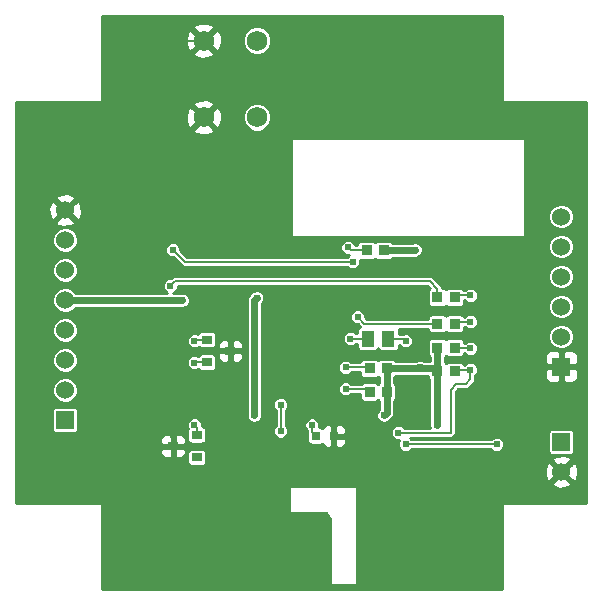
<source format=gbl>
G04 #@! TF.FileFunction,Copper,L2,Bot,Signal*
%FSLAX46Y46*%
G04 Gerber Fmt 4.6, Leading zero omitted, Abs format (unit mm)*
G04 Created by KiCad (PCBNEW (2015-06-05 BZR 5717)-product) date Fri 31 Jul 2015 19:12:08 PDT*
%MOMM*%
G01*
G04 APERTURE LIST*
%ADD10C,0.100000*%
%ADD11R,0.800000X0.800000*%
%ADD12R,0.900000X0.800000*%
%ADD13R,1.524000X1.524000*%
%ADD14C,1.524000*%
%ADD15R,0.950000X0.950000*%
%ADD16R,1.100000X1.400000*%
%ADD17C,1.750000*%
%ADD18C,0.609600*%
%ADD19C,0.203200*%
%ADD20C,0.609600*%
%ADD21C,0.254000*%
G04 APERTURE END LIST*
D10*
D11*
X146250000Y-96240000D03*
X147750000Y-96240000D03*
D12*
X134138000Y-97099600D03*
X136138000Y-98049600D03*
X136138000Y-96149600D03*
X138990000Y-89030000D03*
X136990000Y-88080000D03*
X136990000Y-89980000D03*
D13*
X167000000Y-96730000D03*
D14*
X167000000Y-99270000D03*
D13*
X125000000Y-94890000D03*
D14*
X125000000Y-92350000D03*
X125000000Y-89810000D03*
X125000000Y-87270000D03*
X125000000Y-84730000D03*
X125000000Y-82190000D03*
X125000000Y-79650000D03*
X125000000Y-77110000D03*
D13*
X167000000Y-90350000D03*
D14*
X167000000Y-87810000D03*
X167000000Y-85270000D03*
X167000000Y-82730000D03*
X167000000Y-80190000D03*
X167000000Y-77650000D03*
D15*
X156525000Y-88740000D03*
X157975000Y-88740000D03*
X156525000Y-90740000D03*
X157975000Y-90740000D03*
X152225000Y-90510000D03*
X150775000Y-90510000D03*
X152225000Y-92510000D03*
X150775000Y-92510000D03*
X151975000Y-80510000D03*
X150525000Y-80510000D03*
X156525000Y-84490000D03*
X157975000Y-84490000D03*
X156525000Y-86740000D03*
X157975000Y-86740000D03*
D16*
X150625000Y-87990000D03*
X152375000Y-87990000D03*
D17*
X141250000Y-69250000D03*
X136750000Y-69250000D03*
X141250000Y-62750000D03*
X136750000Y-62750000D03*
D18*
X160731200Y-61772800D03*
X129235200Y-61772800D03*
X156057600Y-98755200D03*
X149148800Y-95707200D03*
X138988800Y-87376000D03*
X133705600Y-92049600D03*
X134112000Y-96113600D03*
X130657600Y-98145600D03*
X122123200Y-101193600D03*
X130657600Y-106070400D03*
X129438400Y-106070400D03*
X160934400Y-106070400D03*
X160934400Y-104444800D03*
X160934400Y-108712000D03*
X160934400Y-107086400D03*
X160934400Y-107899200D03*
X160934400Y-105257600D03*
X137769600Y-82296000D03*
X148336000Y-82296000D03*
X139229169Y-91682989D03*
X152196800Y-99974400D03*
X159715200Y-94488000D03*
X159715200Y-92456000D03*
X145288000Y-104648000D03*
X143052800Y-106070400D03*
X143052800Y-106883200D03*
X142036800Y-104851200D03*
X141224000Y-104851200D03*
X142849600Y-104851200D03*
X138988800Y-104851200D03*
X139801600Y-104851200D03*
X138176000Y-104851200D03*
X142849600Y-82296000D03*
X141224000Y-84531200D03*
X141020800Y-94488000D03*
X151993600Y-94488000D03*
X156464000Y-95300800D03*
X145897600Y-95300800D03*
X154635200Y-80467200D03*
X155041600Y-90424000D03*
X141020800Y-88188800D03*
X135940800Y-90017600D03*
X135940800Y-88188800D03*
X135940800Y-95300800D03*
X161544000Y-96926400D03*
X153822400Y-96926400D03*
X153822400Y-88188800D03*
X159308800Y-88798400D03*
X134924800Y-84734400D03*
X133908800Y-83515200D03*
X134112000Y-80467200D03*
X149352000Y-81483200D03*
X149758400Y-86156800D03*
X153212790Y-95954991D03*
X159308800Y-90627200D03*
X148742400Y-90424000D03*
X143256000Y-95820990D03*
X143256000Y-93587190D03*
X148742400Y-92252800D03*
X148945600Y-80264000D03*
X159308800Y-84328000D03*
X159308800Y-86563200D03*
X149148800Y-87985600D03*
D19*
X136750000Y-62750000D02*
X130212400Y-62750000D01*
X130212400Y-62750000D02*
X129235200Y-61772800D01*
X147750000Y-96240000D02*
X148616000Y-96240000D01*
X148616000Y-96240000D02*
X149148800Y-95707200D01*
X138990000Y-89030000D02*
X138990000Y-87377200D01*
X138990000Y-87377200D02*
X138988800Y-87376000D01*
X134138000Y-97099600D02*
X134138000Y-96139600D01*
X134138000Y-96139600D02*
X134112000Y-96113600D01*
X129438400Y-106070400D02*
X130657600Y-106070400D01*
X160934400Y-105257600D02*
X160934400Y-104444800D01*
X160934400Y-107086400D02*
X160934400Y-108712000D01*
D20*
X141020800Y-84734400D02*
X141224000Y-84531200D01*
X141020800Y-88188800D02*
X141020800Y-84734400D01*
X141020800Y-94488000D02*
X141020800Y-88188800D01*
X152225000Y-92510000D02*
X152225000Y-94256600D01*
X152225000Y-94256600D02*
X151993600Y-94488000D01*
X155041600Y-90510000D02*
X156295000Y-90510000D01*
X152225000Y-90510000D02*
X155041600Y-90510000D01*
X156295000Y-90510000D02*
X156525000Y-90740000D01*
X152225000Y-90510000D02*
X152225000Y-92510000D01*
X156525000Y-88740000D02*
X156525000Y-90740000D01*
X156464000Y-95300800D02*
X156464000Y-90801000D01*
X156464000Y-90801000D02*
X156525000Y-90740000D01*
D19*
X145897600Y-95300800D02*
X145897600Y-95887600D01*
X145897600Y-95887600D02*
X146250000Y-96240000D01*
D20*
X154592400Y-80510000D02*
X154635200Y-80467200D01*
X155041600Y-90424000D02*
X155041600Y-90510000D01*
X151975000Y-80510000D02*
X154592400Y-80510000D01*
D19*
X135978400Y-89980000D02*
X135940800Y-90017600D01*
X136990000Y-89980000D02*
X135978400Y-89980000D01*
X136049600Y-88080000D02*
X135940800Y-88188800D01*
X136990000Y-88080000D02*
X136049600Y-88080000D01*
X136138000Y-96149600D02*
X136138000Y-95498000D01*
X136138000Y-95498000D02*
X135940800Y-95300800D01*
X153822400Y-96926400D02*
X161544000Y-96926400D01*
X152375000Y-87990000D02*
X153623600Y-87990000D01*
X153623600Y-87990000D02*
X153822400Y-88188800D01*
X159308800Y-88798400D02*
X158033400Y-88798400D01*
X158033400Y-88798400D02*
X157975000Y-88740000D01*
D20*
X134920400Y-84730000D02*
X134924800Y-84734400D01*
X125000000Y-84730000D02*
X134920400Y-84730000D01*
D19*
X133908800Y-83515200D02*
X134315200Y-83108800D01*
X134315200Y-83108800D02*
X155854400Y-83108800D01*
X155854400Y-83108800D02*
X156525000Y-83779400D01*
X156525000Y-83779400D02*
X156525000Y-84490000D01*
X134112000Y-80467200D02*
X135128000Y-81483200D01*
X135128000Y-81483200D02*
X149352000Y-81483200D01*
X149758400Y-86156800D02*
X150341600Y-86740000D01*
X150341600Y-86740000D02*
X156525000Y-86740000D01*
X159308800Y-91440000D02*
X159308800Y-90627200D01*
X158902400Y-91846400D02*
X159308800Y-91440000D01*
X158089600Y-91846400D02*
X158902400Y-91846400D01*
X157638609Y-95954991D02*
X157638609Y-92297391D01*
X157638609Y-92297391D02*
X158089600Y-91846400D01*
X153212790Y-95954991D02*
X157638609Y-95954991D01*
X159308800Y-90627200D02*
X158087800Y-90627200D01*
X158087800Y-90627200D02*
X157975000Y-90740000D01*
X148742400Y-90424000D02*
X150689000Y-90424000D01*
X150689000Y-90424000D02*
X150775000Y-90510000D01*
X143256000Y-93587190D02*
X143256000Y-95820990D01*
X148742400Y-92252800D02*
X150517800Y-92252800D01*
X150517800Y-92252800D02*
X150775000Y-92510000D01*
X149191600Y-80510000D02*
X148945600Y-80264000D01*
X150525000Y-80510000D02*
X149191600Y-80510000D01*
X159308800Y-84328000D02*
X158137000Y-84328000D01*
X158137000Y-84328000D02*
X157975000Y-84490000D01*
X159308800Y-86563200D02*
X158151800Y-86563200D01*
X158151800Y-86563200D02*
X157975000Y-86740000D01*
X149148800Y-87985600D02*
X150620600Y-87985600D01*
X150620600Y-87985600D02*
X150625000Y-87990000D01*
D21*
G36*
X169138600Y-101879400D02*
X168409144Y-101879400D01*
X168409144Y-99477698D01*
X168397000Y-99235068D01*
X168397000Y-91238309D01*
X168397000Y-90635750D01*
X168397000Y-90064250D01*
X168397000Y-89461691D01*
X168300327Y-89228302D01*
X168121699Y-89049673D01*
X168092389Y-89037532D01*
X168092389Y-87593701D01*
X168092389Y-85053701D01*
X168092389Y-82513701D01*
X168092389Y-79973701D01*
X168092389Y-77433701D01*
X167926462Y-77032127D01*
X167619489Y-76724618D01*
X167218205Y-76557990D01*
X166783701Y-76557611D01*
X166382127Y-76723538D01*
X166074618Y-77030511D01*
X165907990Y-77431795D01*
X165907611Y-77866299D01*
X166073538Y-78267873D01*
X166380511Y-78575382D01*
X166781795Y-78742010D01*
X167216299Y-78742389D01*
X167617873Y-78576462D01*
X167925382Y-78269489D01*
X168092010Y-77868205D01*
X168092389Y-77433701D01*
X168092389Y-79973701D01*
X167926462Y-79572127D01*
X167619489Y-79264618D01*
X167218205Y-79097990D01*
X166783701Y-79097611D01*
X166382127Y-79263538D01*
X166074618Y-79570511D01*
X165907990Y-79971795D01*
X165907611Y-80406299D01*
X166073538Y-80807873D01*
X166380511Y-81115382D01*
X166781795Y-81282010D01*
X167216299Y-81282389D01*
X167617873Y-81116462D01*
X167925382Y-80809489D01*
X168092010Y-80408205D01*
X168092389Y-79973701D01*
X168092389Y-82513701D01*
X167926462Y-82112127D01*
X167619489Y-81804618D01*
X167218205Y-81637990D01*
X166783701Y-81637611D01*
X166382127Y-81803538D01*
X166074618Y-82110511D01*
X165907990Y-82511795D01*
X165907611Y-82946299D01*
X166073538Y-83347873D01*
X166380511Y-83655382D01*
X166781795Y-83822010D01*
X167216299Y-83822389D01*
X167617873Y-83656462D01*
X167925382Y-83349489D01*
X168092010Y-82948205D01*
X168092389Y-82513701D01*
X168092389Y-85053701D01*
X167926462Y-84652127D01*
X167619489Y-84344618D01*
X167218205Y-84177990D01*
X166783701Y-84177611D01*
X166382127Y-84343538D01*
X166074618Y-84650511D01*
X165907990Y-85051795D01*
X165907611Y-85486299D01*
X166073538Y-85887873D01*
X166380511Y-86195382D01*
X166781795Y-86362010D01*
X167216299Y-86362389D01*
X167617873Y-86196462D01*
X167925382Y-85889489D01*
X168092010Y-85488205D01*
X168092389Y-85053701D01*
X168092389Y-87593701D01*
X167926462Y-87192127D01*
X167619489Y-86884618D01*
X167218205Y-86717990D01*
X166783701Y-86717611D01*
X166382127Y-86883538D01*
X166074618Y-87190511D01*
X165907990Y-87591795D01*
X165907611Y-88026299D01*
X166073538Y-88427873D01*
X166380511Y-88735382D01*
X166781795Y-88902010D01*
X167216299Y-88902389D01*
X167617873Y-88736462D01*
X167925382Y-88429489D01*
X168092010Y-88028205D01*
X168092389Y-87593701D01*
X168092389Y-89037532D01*
X167888310Y-88953000D01*
X167635691Y-88953000D01*
X167285750Y-88953000D01*
X167127000Y-89111750D01*
X167127000Y-90223000D01*
X168238250Y-90223000D01*
X168397000Y-90064250D01*
X168397000Y-90635750D01*
X168238250Y-90477000D01*
X167127000Y-90477000D01*
X167127000Y-91588250D01*
X167285750Y-91747000D01*
X167635691Y-91747000D01*
X167888310Y-91747000D01*
X168121699Y-91650327D01*
X168300327Y-91471698D01*
X168397000Y-91238309D01*
X168397000Y-99235068D01*
X168381362Y-98922632D01*
X168222397Y-98538857D01*
X168098669Y-98503368D01*
X168098669Y-97492000D01*
X168098669Y-95968000D01*
X168074241Y-95842096D01*
X168001550Y-95731438D01*
X167891813Y-95657364D01*
X167762000Y-95631331D01*
X166873000Y-95631331D01*
X166873000Y-91588250D01*
X166873000Y-90477000D01*
X166873000Y-90223000D01*
X166873000Y-89111750D01*
X166714250Y-88953000D01*
X166364309Y-88953000D01*
X166111690Y-88953000D01*
X165878301Y-89049673D01*
X165699673Y-89228302D01*
X165603000Y-89461691D01*
X165603000Y-90064250D01*
X165761750Y-90223000D01*
X166873000Y-90223000D01*
X166873000Y-90477000D01*
X165761750Y-90477000D01*
X165603000Y-90635750D01*
X165603000Y-91238309D01*
X165699673Y-91471698D01*
X165878301Y-91650327D01*
X166111690Y-91747000D01*
X166364309Y-91747000D01*
X166714250Y-91747000D01*
X166873000Y-91588250D01*
X166873000Y-95631331D01*
X166238000Y-95631331D01*
X166112096Y-95655759D01*
X166001438Y-95728450D01*
X165927364Y-95838187D01*
X165901331Y-95968000D01*
X165901331Y-97492000D01*
X165925759Y-97617904D01*
X165998450Y-97728562D01*
X166108187Y-97802636D01*
X166238000Y-97828669D01*
X167762000Y-97828669D01*
X167887904Y-97804241D01*
X167998562Y-97731550D01*
X168072636Y-97621813D01*
X168098669Y-97492000D01*
X168098669Y-98503368D01*
X167980213Y-98469392D01*
X167800608Y-98648997D01*
X167800608Y-98289787D01*
X167731143Y-98047603D01*
X167207698Y-97860856D01*
X166652632Y-97888638D01*
X166268857Y-98047603D01*
X166199392Y-98289787D01*
X167000000Y-99090395D01*
X167800608Y-98289787D01*
X167800608Y-98648997D01*
X167179605Y-99270000D01*
X167980213Y-100070608D01*
X168222397Y-100001143D01*
X168409144Y-99477698D01*
X168409144Y-101879400D01*
X167800608Y-101879400D01*
X167800608Y-100250213D01*
X167000000Y-99449605D01*
X166820395Y-99629210D01*
X166820395Y-99270000D01*
X166019787Y-98469392D01*
X165777603Y-98538857D01*
X165590856Y-99062302D01*
X165618638Y-99617368D01*
X165777603Y-100001143D01*
X166019787Y-100070608D01*
X166820395Y-99270000D01*
X166820395Y-99629210D01*
X166199392Y-100250213D01*
X166268857Y-100492397D01*
X166792302Y-100679144D01*
X167347368Y-100651362D01*
X167731143Y-100492397D01*
X167800608Y-100250213D01*
X167800608Y-101879400D01*
X163906200Y-101879400D01*
X163906200Y-79248000D01*
X163906200Y-71120000D01*
X163896533Y-71071399D01*
X163869003Y-71030197D01*
X163827801Y-71002667D01*
X163779200Y-70993000D01*
X144272000Y-70993000D01*
X144223399Y-71002667D01*
X144182197Y-71030197D01*
X144154667Y-71071399D01*
X144145000Y-71120000D01*
X144145000Y-71323200D01*
X144145000Y-79248000D01*
X144154667Y-79296601D01*
X144182197Y-79337803D01*
X144223399Y-79365333D01*
X144272000Y-79375000D01*
X163779200Y-79375000D01*
X163827801Y-79365333D01*
X163869003Y-79337803D01*
X163896533Y-79296601D01*
X163906200Y-79248000D01*
X163906200Y-101879400D01*
X162179110Y-101879400D01*
X162179110Y-96800645D01*
X162082640Y-96567172D01*
X161904168Y-96388387D01*
X161670863Y-96291511D01*
X161418245Y-96291290D01*
X161184772Y-96387760D01*
X161077744Y-96494600D01*
X154288595Y-96494600D01*
X154182568Y-96388387D01*
X154178724Y-96386791D01*
X157638609Y-96386791D01*
X157803852Y-96353922D01*
X157943938Y-96260320D01*
X158037540Y-96120234D01*
X158070409Y-95954991D01*
X158070409Y-92476248D01*
X158268457Y-92278200D01*
X158902400Y-92278200D01*
X159067642Y-92245331D01*
X159067643Y-92245331D01*
X159207729Y-92151729D01*
X159614125Y-91745331D01*
X159614128Y-91745329D01*
X159614129Y-91745329D01*
X159707731Y-91605243D01*
X159740600Y-91440000D01*
X159740600Y-91093395D01*
X159846813Y-90987368D01*
X159943689Y-90754063D01*
X159943910Y-90501445D01*
X159847440Y-90267972D01*
X159668968Y-90089187D01*
X159435663Y-89992311D01*
X159183045Y-89992090D01*
X158949572Y-90088560D01*
X158842544Y-90195400D01*
X158773165Y-90195400D01*
X158762241Y-90139096D01*
X158689550Y-90028438D01*
X158579813Y-89954364D01*
X158450000Y-89928331D01*
X157500000Y-89928331D01*
X157374096Y-89952759D01*
X157263438Y-90025450D01*
X157250336Y-90044858D01*
X157239550Y-90028438D01*
X157160000Y-89974740D01*
X157160000Y-89504843D01*
X157236562Y-89454550D01*
X157249663Y-89435141D01*
X157260450Y-89451562D01*
X157370187Y-89525636D01*
X157500000Y-89551669D01*
X158450000Y-89551669D01*
X158575904Y-89527241D01*
X158686562Y-89454550D01*
X158760636Y-89344813D01*
X158783620Y-89230200D01*
X158842604Y-89230200D01*
X158948632Y-89336413D01*
X159181937Y-89433289D01*
X159434555Y-89433510D01*
X159668028Y-89337040D01*
X159846813Y-89158568D01*
X159943689Y-88925263D01*
X159943910Y-88672645D01*
X159943910Y-86437445D01*
X159943910Y-84202245D01*
X159847440Y-83968772D01*
X159668968Y-83789987D01*
X159435663Y-83693111D01*
X159183045Y-83692890D01*
X158949572Y-83789360D01*
X158842544Y-83896200D01*
X158763619Y-83896200D01*
X158762241Y-83889096D01*
X158689550Y-83778438D01*
X158579813Y-83704364D01*
X158450000Y-83678331D01*
X157500000Y-83678331D01*
X157374096Y-83702759D01*
X157263438Y-83775450D01*
X157250336Y-83794858D01*
X157239550Y-83778438D01*
X157129813Y-83704364D01*
X157000000Y-83678331D01*
X156936696Y-83678331D01*
X156923932Y-83614158D01*
X156923931Y-83614157D01*
X156892872Y-83567674D01*
X156830329Y-83474072D01*
X156830329Y-83474071D01*
X156830325Y-83474068D01*
X156159729Y-82803471D01*
X156019643Y-82709869D01*
X155854400Y-82677000D01*
X155270310Y-82677000D01*
X155270310Y-80341445D01*
X155221864Y-80224199D01*
X155221864Y-80224196D01*
X155221862Y-80224193D01*
X155173840Y-80107972D01*
X155084214Y-80018189D01*
X155084213Y-80018187D01*
X155084210Y-80018185D01*
X154995368Y-79929187D01*
X154878206Y-79880537D01*
X154878204Y-79880536D01*
X154878201Y-79880535D01*
X154762063Y-79832311D01*
X154635200Y-79832200D01*
X154635199Y-79832200D01*
X154509445Y-79832090D01*
X154405595Y-79875000D01*
X152739843Y-79875000D01*
X152689550Y-79798438D01*
X152579813Y-79724364D01*
X152450000Y-79698331D01*
X151500000Y-79698331D01*
X151374096Y-79722759D01*
X151263438Y-79795450D01*
X151250336Y-79814858D01*
X151239550Y-79798438D01*
X151129813Y-79724364D01*
X151000000Y-79698331D01*
X150050000Y-79698331D01*
X149924096Y-79722759D01*
X149813438Y-79795450D01*
X149739364Y-79905187D01*
X149713331Y-80035000D01*
X149713331Y-80078200D01*
X149555899Y-80078200D01*
X149484240Y-79904772D01*
X149305768Y-79725987D01*
X149072463Y-79629111D01*
X148819845Y-79628890D01*
X148586372Y-79725360D01*
X148407587Y-79903832D01*
X148310711Y-80137137D01*
X148310490Y-80389755D01*
X148406960Y-80623228D01*
X148585432Y-80802013D01*
X148818737Y-80898889D01*
X149011580Y-80899057D01*
X149026357Y-80908931D01*
X149026358Y-80908932D01*
X149061891Y-80916000D01*
X148992772Y-80944560D01*
X148885744Y-81051400D01*
X142455408Y-81051400D01*
X142455408Y-69011323D01*
X142455408Y-62511323D01*
X142272314Y-62068201D01*
X141933582Y-61728877D01*
X141490781Y-61545010D01*
X141011323Y-61544592D01*
X140568201Y-61727686D01*
X140228877Y-62066418D01*
X140045010Y-62509219D01*
X140044592Y-62988677D01*
X140227686Y-63431799D01*
X140566418Y-63771123D01*
X141009219Y-63954990D01*
X141488677Y-63955408D01*
X141931799Y-63772314D01*
X142271123Y-63433582D01*
X142454990Y-62990781D01*
X142455408Y-62511323D01*
X142455408Y-69011323D01*
X142272314Y-68568201D01*
X141933582Y-68228877D01*
X141490781Y-68045010D01*
X141011323Y-68044592D01*
X140568201Y-68227686D01*
X140228877Y-68566418D01*
X140045010Y-69009219D01*
X140044592Y-69488677D01*
X140227686Y-69931799D01*
X140566418Y-70271123D01*
X141009219Y-70454990D01*
X141488677Y-70455408D01*
X141931799Y-70272314D01*
X142271123Y-69933582D01*
X142454990Y-69490781D01*
X142455408Y-69011323D01*
X142455408Y-81051400D01*
X138271590Y-81051400D01*
X138271590Y-69484694D01*
X138271590Y-62984694D01*
X138245579Y-62384542D01*
X138065953Y-61950884D01*
X137812060Y-61867545D01*
X137632455Y-62047150D01*
X137632455Y-61687940D01*
X137549116Y-61434047D01*
X136984694Y-61228410D01*
X136384542Y-61254421D01*
X135950884Y-61434047D01*
X135867545Y-61687940D01*
X136750000Y-62570395D01*
X137632455Y-61687940D01*
X137632455Y-62047150D01*
X136929605Y-62750000D01*
X137812060Y-63632455D01*
X138065953Y-63549116D01*
X138271590Y-62984694D01*
X138271590Y-69484694D01*
X138245579Y-68884542D01*
X138065953Y-68450884D01*
X137812060Y-68367545D01*
X137632455Y-68547150D01*
X137632455Y-68187940D01*
X137632455Y-63812060D01*
X136750000Y-62929605D01*
X136570395Y-63109210D01*
X136570395Y-62750000D01*
X135687940Y-61867545D01*
X135434047Y-61950884D01*
X135228410Y-62515306D01*
X135254421Y-63115458D01*
X135434047Y-63549116D01*
X135687940Y-63632455D01*
X136570395Y-62750000D01*
X136570395Y-63109210D01*
X135867545Y-63812060D01*
X135950884Y-64065953D01*
X136515306Y-64271590D01*
X137115458Y-64245579D01*
X137549116Y-64065953D01*
X137632455Y-63812060D01*
X137632455Y-68187940D01*
X137549116Y-67934047D01*
X136984694Y-67728410D01*
X136384542Y-67754421D01*
X135950884Y-67934047D01*
X135867545Y-68187940D01*
X136750000Y-69070395D01*
X137632455Y-68187940D01*
X137632455Y-68547150D01*
X136929605Y-69250000D01*
X137812060Y-70132455D01*
X138065953Y-70049116D01*
X138271590Y-69484694D01*
X138271590Y-81051400D01*
X137632455Y-81051400D01*
X137632455Y-70312060D01*
X136750000Y-69429605D01*
X136570395Y-69609210D01*
X136570395Y-69250000D01*
X135687940Y-68367545D01*
X135434047Y-68450884D01*
X135228410Y-69015306D01*
X135254421Y-69615458D01*
X135434047Y-70049116D01*
X135687940Y-70132455D01*
X136570395Y-69250000D01*
X136570395Y-69609210D01*
X135867545Y-70312060D01*
X135950884Y-70565953D01*
X136515306Y-70771590D01*
X137115458Y-70745579D01*
X137549116Y-70565953D01*
X137632455Y-70312060D01*
X137632455Y-81051400D01*
X135306858Y-81051400D01*
X134746978Y-80491520D01*
X134747110Y-80341445D01*
X134650640Y-80107972D01*
X134472168Y-79929187D01*
X134238863Y-79832311D01*
X133986245Y-79832090D01*
X133752772Y-79928560D01*
X133573987Y-80107032D01*
X133477111Y-80340337D01*
X133476890Y-80592955D01*
X133573360Y-80826428D01*
X133751832Y-81005213D01*
X133985137Y-81102089D01*
X134136363Y-81102221D01*
X134822671Y-81788529D01*
X134962757Y-81882131D01*
X134962758Y-81882131D01*
X135128000Y-81915000D01*
X148885804Y-81915000D01*
X148991832Y-82021213D01*
X149225137Y-82118089D01*
X149477755Y-82118310D01*
X149711228Y-82021840D01*
X149890013Y-81843368D01*
X149986889Y-81610063D01*
X149987110Y-81357445D01*
X149965309Y-81304685D01*
X150050000Y-81321669D01*
X151000000Y-81321669D01*
X151125904Y-81297241D01*
X151236562Y-81224550D01*
X151249663Y-81205141D01*
X151260450Y-81221562D01*
X151370187Y-81295636D01*
X151500000Y-81321669D01*
X152450000Y-81321669D01*
X152575904Y-81297241D01*
X152686562Y-81224550D01*
X152740259Y-81145000D01*
X154592400Y-81145000D01*
X154835404Y-81096664D01*
X154933904Y-81030848D01*
X154994428Y-81005840D01*
X155041183Y-80959166D01*
X155041413Y-80959013D01*
X155084213Y-80916213D01*
X155084214Y-80916210D01*
X155173213Y-80827368D01*
X155221861Y-80710209D01*
X155221864Y-80710205D01*
X155221864Y-80710200D01*
X155270089Y-80594063D01*
X155270199Y-80467200D01*
X155270200Y-80467200D01*
X155270199Y-80467199D01*
X155270310Y-80341445D01*
X155270310Y-82677000D01*
X134315200Y-82677000D01*
X134149957Y-82709869D01*
X134009871Y-82803471D01*
X134009868Y-82803474D01*
X133933121Y-82880221D01*
X133783045Y-82880090D01*
X133549572Y-82976560D01*
X133370787Y-83155032D01*
X133273911Y-83388337D01*
X133273690Y-83640955D01*
X133370160Y-83874428D01*
X133548632Y-84053213D01*
X133649266Y-84095000D01*
X126409144Y-84095000D01*
X126409144Y-77317698D01*
X126381362Y-76762632D01*
X126222397Y-76378857D01*
X125980213Y-76309392D01*
X125800608Y-76488997D01*
X125800608Y-76129787D01*
X125731143Y-75887603D01*
X125207698Y-75700856D01*
X124652632Y-75728638D01*
X124268857Y-75887603D01*
X124199392Y-76129787D01*
X125000000Y-76930395D01*
X125800608Y-76129787D01*
X125800608Y-76488997D01*
X125179605Y-77110000D01*
X125980213Y-77910608D01*
X126222397Y-77841143D01*
X126409144Y-77317698D01*
X126409144Y-84095000D01*
X126092389Y-84095000D01*
X126092389Y-81973701D01*
X126092389Y-79433701D01*
X125926462Y-79032127D01*
X125800608Y-78906053D01*
X125800608Y-78090213D01*
X125000000Y-77289605D01*
X124820395Y-77469210D01*
X124820395Y-77110000D01*
X124019787Y-76309392D01*
X123777603Y-76378857D01*
X123590856Y-76902302D01*
X123618638Y-77457368D01*
X123777603Y-77841143D01*
X124019787Y-77910608D01*
X124820395Y-77110000D01*
X124820395Y-77469210D01*
X124199392Y-78090213D01*
X124268857Y-78332397D01*
X124792302Y-78519144D01*
X125347368Y-78491362D01*
X125731143Y-78332397D01*
X125800608Y-78090213D01*
X125800608Y-78906053D01*
X125619489Y-78724618D01*
X125218205Y-78557990D01*
X124783701Y-78557611D01*
X124382127Y-78723538D01*
X124074618Y-79030511D01*
X123907990Y-79431795D01*
X123907611Y-79866299D01*
X124073538Y-80267873D01*
X124380511Y-80575382D01*
X124781795Y-80742010D01*
X125216299Y-80742389D01*
X125617873Y-80576462D01*
X125925382Y-80269489D01*
X126092010Y-79868205D01*
X126092389Y-79433701D01*
X126092389Y-81973701D01*
X125926462Y-81572127D01*
X125619489Y-81264618D01*
X125218205Y-81097990D01*
X124783701Y-81097611D01*
X124382127Y-81263538D01*
X124074618Y-81570511D01*
X123907990Y-81971795D01*
X123907611Y-82406299D01*
X124073538Y-82807873D01*
X124380511Y-83115382D01*
X124781795Y-83282010D01*
X125216299Y-83282389D01*
X125617873Y-83116462D01*
X125925382Y-82809489D01*
X126092010Y-82408205D01*
X126092389Y-81973701D01*
X126092389Y-84095000D01*
X125909364Y-84095000D01*
X125619489Y-83804618D01*
X125218205Y-83637990D01*
X124783701Y-83637611D01*
X124382127Y-83803538D01*
X124074618Y-84110511D01*
X123907990Y-84511795D01*
X123907611Y-84946299D01*
X124073538Y-85347873D01*
X124380511Y-85655382D01*
X124781795Y-85822010D01*
X125216299Y-85822389D01*
X125617873Y-85656462D01*
X125909843Y-85365000D01*
X134787607Y-85365000D01*
X134797937Y-85369289D01*
X134924794Y-85369399D01*
X134924800Y-85369401D01*
X134924805Y-85369399D01*
X135050555Y-85369510D01*
X135167799Y-85321065D01*
X135167805Y-85321064D01*
X135167809Y-85321060D01*
X135284028Y-85273040D01*
X135373810Y-85183414D01*
X135373813Y-85183413D01*
X135373814Y-85183410D01*
X135462813Y-85094568D01*
X135511461Y-84977409D01*
X135511464Y-84977405D01*
X135511464Y-84977400D01*
X135559689Y-84861263D01*
X135559799Y-84734405D01*
X135559801Y-84734400D01*
X135559799Y-84734394D01*
X135559910Y-84608645D01*
X135511464Y-84491399D01*
X135511464Y-84491396D01*
X135511462Y-84491393D01*
X135463440Y-84375172D01*
X135373813Y-84285388D01*
X135284968Y-84196387D01*
X135173578Y-84150134D01*
X135163404Y-84143336D01*
X135151507Y-84140969D01*
X135051663Y-84099511D01*
X134942598Y-84099415D01*
X134920400Y-84095000D01*
X134168414Y-84095000D01*
X134268028Y-84053840D01*
X134446813Y-83875368D01*
X134543689Y-83642063D01*
X134543777Y-83540600D01*
X155675542Y-83540600D01*
X155871953Y-83737011D01*
X155813438Y-83775450D01*
X155739364Y-83885187D01*
X155713331Y-84015000D01*
X155713331Y-84965000D01*
X155737759Y-85090904D01*
X155810450Y-85201562D01*
X155920187Y-85275636D01*
X156050000Y-85301669D01*
X157000000Y-85301669D01*
X157125904Y-85277241D01*
X157236562Y-85204550D01*
X157249663Y-85185141D01*
X157260450Y-85201562D01*
X157370187Y-85275636D01*
X157500000Y-85301669D01*
X158450000Y-85301669D01*
X158575904Y-85277241D01*
X158686562Y-85204550D01*
X158760636Y-85094813D01*
X158786669Y-84965000D01*
X158786669Y-84759800D01*
X158842604Y-84759800D01*
X158948632Y-84866013D01*
X159181937Y-84962889D01*
X159434555Y-84963110D01*
X159668028Y-84866640D01*
X159846813Y-84688168D01*
X159943689Y-84454863D01*
X159943910Y-84202245D01*
X159943910Y-86437445D01*
X159847440Y-86203972D01*
X159668968Y-86025187D01*
X159435663Y-85928311D01*
X159183045Y-85928090D01*
X158949572Y-86024560D01*
X158842544Y-86131400D01*
X158757185Y-86131400D01*
X158689550Y-86028438D01*
X158579813Y-85954364D01*
X158450000Y-85928331D01*
X157500000Y-85928331D01*
X157374096Y-85952759D01*
X157263438Y-86025450D01*
X157250336Y-86044858D01*
X157239550Y-86028438D01*
X157129813Y-85954364D01*
X157000000Y-85928331D01*
X156050000Y-85928331D01*
X155924096Y-85952759D01*
X155813438Y-86025450D01*
X155739364Y-86135187D01*
X155713331Y-86265000D01*
X155713331Y-86308200D01*
X150520457Y-86308200D01*
X150393378Y-86181121D01*
X150393510Y-86031045D01*
X150297040Y-85797572D01*
X150118568Y-85618787D01*
X149885263Y-85521911D01*
X149632645Y-85521690D01*
X149399172Y-85618160D01*
X149220387Y-85796632D01*
X149123511Y-86029937D01*
X149123290Y-86282555D01*
X149219760Y-86516028D01*
X149398232Y-86694813D01*
X149631537Y-86791689D01*
X149782763Y-86791821D01*
X149965516Y-86974573D01*
X149949096Y-86977759D01*
X149838438Y-87050450D01*
X149764364Y-87160187D01*
X149738331Y-87290000D01*
X149738331Y-87553800D01*
X149614995Y-87553800D01*
X149508968Y-87447587D01*
X149275663Y-87350711D01*
X149023045Y-87350490D01*
X148789572Y-87446960D01*
X148610787Y-87625432D01*
X148513911Y-87858737D01*
X148513690Y-88111355D01*
X148610160Y-88344828D01*
X148788632Y-88523613D01*
X149021937Y-88620489D01*
X149274555Y-88620710D01*
X149508028Y-88524240D01*
X149615055Y-88417400D01*
X149738331Y-88417400D01*
X149738331Y-88690000D01*
X149762759Y-88815904D01*
X149835450Y-88926562D01*
X149945187Y-89000636D01*
X150075000Y-89026669D01*
X151175000Y-89026669D01*
X151300904Y-89002241D01*
X151411562Y-88929550D01*
X151485636Y-88819813D01*
X151499807Y-88749148D01*
X151512759Y-88815904D01*
X151585450Y-88926562D01*
X151695187Y-89000636D01*
X151825000Y-89026669D01*
X152925000Y-89026669D01*
X153050904Y-89002241D01*
X153161562Y-88929550D01*
X153235636Y-88819813D01*
X153261669Y-88690000D01*
X153261669Y-88494564D01*
X153283760Y-88548028D01*
X153462232Y-88726813D01*
X153695537Y-88823689D01*
X153948155Y-88823910D01*
X154181628Y-88727440D01*
X154360413Y-88548968D01*
X154457289Y-88315663D01*
X154457510Y-88063045D01*
X154361040Y-87829572D01*
X154182568Y-87650787D01*
X153949263Y-87553911D01*
X153696645Y-87553690D01*
X153665540Y-87566542D01*
X153665539Y-87566542D01*
X153623600Y-87558200D01*
X153261669Y-87558200D01*
X153261669Y-87290000D01*
X153238735Y-87171800D01*
X155713331Y-87171800D01*
X155713331Y-87215000D01*
X155737759Y-87340904D01*
X155810450Y-87451562D01*
X155920187Y-87525636D01*
X156050000Y-87551669D01*
X157000000Y-87551669D01*
X157125904Y-87527241D01*
X157236562Y-87454550D01*
X157249663Y-87435141D01*
X157260450Y-87451562D01*
X157370187Y-87525636D01*
X157500000Y-87551669D01*
X158450000Y-87551669D01*
X158575904Y-87527241D01*
X158686562Y-87454550D01*
X158760636Y-87344813D01*
X158786669Y-87215000D01*
X158786669Y-86995000D01*
X158842604Y-86995000D01*
X158948632Y-87101213D01*
X159181937Y-87198089D01*
X159434555Y-87198310D01*
X159668028Y-87101840D01*
X159846813Y-86923368D01*
X159943689Y-86690063D01*
X159943910Y-86437445D01*
X159943910Y-88672645D01*
X159847440Y-88439172D01*
X159668968Y-88260387D01*
X159435663Y-88163511D01*
X159183045Y-88163290D01*
X158949572Y-88259760D01*
X158842544Y-88366600D01*
X158786669Y-88366600D01*
X158786669Y-88265000D01*
X158762241Y-88139096D01*
X158689550Y-88028438D01*
X158579813Y-87954364D01*
X158450000Y-87928331D01*
X157500000Y-87928331D01*
X157374096Y-87952759D01*
X157263438Y-88025450D01*
X157250336Y-88044858D01*
X157239550Y-88028438D01*
X157129813Y-87954364D01*
X157000000Y-87928331D01*
X156050000Y-87928331D01*
X155924096Y-87952759D01*
X155813438Y-88025450D01*
X155739364Y-88135187D01*
X155713331Y-88265000D01*
X155713331Y-89215000D01*
X155737759Y-89340904D01*
X155810450Y-89451562D01*
X155890000Y-89505259D01*
X155890000Y-89875000D01*
X155375308Y-89875000D01*
X155284606Y-89837337D01*
X155284604Y-89837336D01*
X155284601Y-89837335D01*
X155168463Y-89789111D01*
X155041600Y-89789000D01*
X155041599Y-89789000D01*
X154915845Y-89788890D01*
X154798599Y-89837335D01*
X154798596Y-89837336D01*
X154798593Y-89837337D01*
X154707444Y-89875000D01*
X152989843Y-89875000D01*
X152939550Y-89798438D01*
X152829813Y-89724364D01*
X152700000Y-89698331D01*
X151750000Y-89698331D01*
X151624096Y-89722759D01*
X151513438Y-89795450D01*
X151500336Y-89814858D01*
X151489550Y-89798438D01*
X151379813Y-89724364D01*
X151250000Y-89698331D01*
X150300000Y-89698331D01*
X150174096Y-89722759D01*
X150063438Y-89795450D01*
X149989364Y-89905187D01*
X149971914Y-89992200D01*
X149208595Y-89992200D01*
X149102568Y-89885987D01*
X148869263Y-89789111D01*
X148616645Y-89788890D01*
X148383172Y-89885360D01*
X148204387Y-90063832D01*
X148107511Y-90297137D01*
X148107290Y-90549755D01*
X148203760Y-90783228D01*
X148382232Y-90962013D01*
X148615537Y-91058889D01*
X148868155Y-91059110D01*
X149101628Y-90962640D01*
X149208655Y-90855800D01*
X149963331Y-90855800D01*
X149963331Y-90985000D01*
X149987759Y-91110904D01*
X150060450Y-91221562D01*
X150170187Y-91295636D01*
X150300000Y-91321669D01*
X151250000Y-91321669D01*
X151375904Y-91297241D01*
X151486562Y-91224550D01*
X151499663Y-91205141D01*
X151510450Y-91221562D01*
X151590000Y-91275259D01*
X151590000Y-91745156D01*
X151513438Y-91795450D01*
X151500336Y-91814858D01*
X151489550Y-91798438D01*
X151379813Y-91724364D01*
X151250000Y-91698331D01*
X150300000Y-91698331D01*
X150174096Y-91722759D01*
X150063438Y-91795450D01*
X150046191Y-91821000D01*
X149208595Y-91821000D01*
X149102568Y-91714787D01*
X148869263Y-91617911D01*
X148616645Y-91617690D01*
X148383172Y-91714160D01*
X148204387Y-91892632D01*
X148107511Y-92125937D01*
X148107290Y-92378555D01*
X148203760Y-92612028D01*
X148382232Y-92790813D01*
X148615537Y-92887689D01*
X148868155Y-92887910D01*
X149101628Y-92791440D01*
X149208655Y-92684600D01*
X149963331Y-92684600D01*
X149963331Y-92985000D01*
X149987759Y-93110904D01*
X150060450Y-93221562D01*
X150170187Y-93295636D01*
X150300000Y-93321669D01*
X151250000Y-93321669D01*
X151375904Y-93297241D01*
X151486562Y-93224550D01*
X151499663Y-93205141D01*
X151510450Y-93221562D01*
X151590000Y-93275259D01*
X151590000Y-93993574D01*
X151544587Y-94038987D01*
X151544585Y-94038989D01*
X151455587Y-94127832D01*
X151406937Y-94244993D01*
X151406936Y-94244996D01*
X151406935Y-94244998D01*
X151358711Y-94361137D01*
X151358600Y-94487999D01*
X151358600Y-94488000D01*
X151358490Y-94613755D01*
X151406935Y-94731000D01*
X151406936Y-94731004D01*
X151406937Y-94731006D01*
X151454960Y-94847228D01*
X151544585Y-94937010D01*
X151544587Y-94937013D01*
X151544589Y-94937014D01*
X151633432Y-95026013D01*
X151750593Y-95074662D01*
X151750596Y-95074664D01*
X151750598Y-95074664D01*
X151866737Y-95122889D01*
X151993599Y-95122999D01*
X151993600Y-95123000D01*
X151993600Y-95122999D01*
X152119355Y-95123110D01*
X152236600Y-95074664D01*
X152236604Y-95074664D01*
X152236606Y-95074662D01*
X152352828Y-95026640D01*
X152442610Y-94937014D01*
X152442613Y-94937013D01*
X152443077Y-94936548D01*
X152531613Y-94848168D01*
X152531723Y-94847902D01*
X152674013Y-94705613D01*
X152811664Y-94499604D01*
X152860000Y-94256600D01*
X152860000Y-93274843D01*
X152936562Y-93224550D01*
X153010636Y-93114813D01*
X153036669Y-92985000D01*
X153036669Y-92035000D01*
X153012241Y-91909096D01*
X152939550Y-91798438D01*
X152860000Y-91744740D01*
X152860000Y-91274843D01*
X152936562Y-91224550D01*
X152990259Y-91145000D01*
X155041600Y-91145000D01*
X155713331Y-91145000D01*
X155713331Y-91215000D01*
X155737759Y-91340904D01*
X155810450Y-91451562D01*
X155829000Y-91464083D01*
X155829000Y-95300800D01*
X155828890Y-95426555D01*
X155868819Y-95523191D01*
X153678985Y-95523191D01*
X153572958Y-95416978D01*
X153339653Y-95320102D01*
X153087035Y-95319881D01*
X152853562Y-95416351D01*
X152674777Y-95594823D01*
X152577901Y-95828128D01*
X152577680Y-96080746D01*
X152674150Y-96314219D01*
X152852622Y-96493004D01*
X153085927Y-96589880D01*
X153274499Y-96590044D01*
X153187511Y-96799537D01*
X153187290Y-97052155D01*
X153283760Y-97285628D01*
X153462232Y-97464413D01*
X153695537Y-97561289D01*
X153948155Y-97561510D01*
X154181628Y-97465040D01*
X154288655Y-97358200D01*
X161077804Y-97358200D01*
X161183832Y-97464413D01*
X161417137Y-97561289D01*
X161669755Y-97561510D01*
X161903228Y-97465040D01*
X162082013Y-97286568D01*
X162178889Y-97053263D01*
X162179110Y-96800645D01*
X162179110Y-101879400D01*
X162153600Y-101879400D01*
X162104999Y-101889067D01*
X162063797Y-101916597D01*
X162036267Y-101957799D01*
X162026600Y-102006400D01*
X162026600Y-109194600D01*
X149682200Y-109194600D01*
X149682200Y-108712000D01*
X149682200Y-100584000D01*
X149672533Y-100535399D01*
X149645003Y-100494197D01*
X149603801Y-100466667D01*
X149555200Y-100457000D01*
X148785000Y-100457000D01*
X148785000Y-96766310D01*
X148785000Y-96525750D01*
X148785000Y-95954250D01*
X148785000Y-95713690D01*
X148688327Y-95480301D01*
X148509698Y-95301673D01*
X148276309Y-95205000D01*
X148035750Y-95205000D01*
X147877000Y-95363750D01*
X147877000Y-96113000D01*
X148626250Y-96113000D01*
X148785000Y-95954250D01*
X148785000Y-96525750D01*
X148626250Y-96367000D01*
X147877000Y-96367000D01*
X147877000Y-97116250D01*
X148035750Y-97275000D01*
X148276309Y-97275000D01*
X148509698Y-97178327D01*
X148688327Y-96999699D01*
X148785000Y-96766310D01*
X148785000Y-100457000D01*
X147623000Y-100457000D01*
X147623000Y-97116250D01*
X147623000Y-96367000D01*
X147603000Y-96367000D01*
X147603000Y-96113000D01*
X147623000Y-96113000D01*
X147623000Y-95363750D01*
X147464250Y-95205000D01*
X147223691Y-95205000D01*
X146990302Y-95301673D01*
X146811673Y-95480301D01*
X146788829Y-95535450D01*
X146779813Y-95529364D01*
X146650000Y-95503331D01*
X146501069Y-95503331D01*
X146532489Y-95427663D01*
X146532710Y-95175045D01*
X146436240Y-94941572D01*
X146257768Y-94762787D01*
X146024463Y-94665911D01*
X145771845Y-94665690D01*
X145538372Y-94762160D01*
X145359587Y-94940632D01*
X145262711Y-95173937D01*
X145262490Y-95426555D01*
X145358960Y-95660028D01*
X145465800Y-95767055D01*
X145465800Y-95887600D01*
X145498669Y-96052843D01*
X145513331Y-96074786D01*
X145513331Y-96640000D01*
X145537759Y-96765904D01*
X145610450Y-96876562D01*
X145720187Y-96950636D01*
X145850000Y-96976669D01*
X146650000Y-96976669D01*
X146775904Y-96952241D01*
X146788569Y-96943921D01*
X146811673Y-96999699D01*
X146990302Y-97178327D01*
X147223691Y-97275000D01*
X147464250Y-97275000D01*
X147623000Y-97116250D01*
X147623000Y-100457000D01*
X144068800Y-100457000D01*
X144020199Y-100466667D01*
X143978997Y-100494197D01*
X143951467Y-100535399D01*
X143941800Y-100584000D01*
X143941800Y-102616000D01*
X143951467Y-102664601D01*
X143978997Y-102705803D01*
X144020199Y-102733333D01*
X144068800Y-102743000D01*
X147048832Y-102743000D01*
X147396200Y-103264052D01*
X147396200Y-108712000D01*
X147405867Y-108760601D01*
X147433397Y-108801803D01*
X147474599Y-108829333D01*
X147523200Y-108839000D01*
X149555200Y-108839000D01*
X149603801Y-108829333D01*
X149645003Y-108801803D01*
X149672533Y-108760601D01*
X149682200Y-108712000D01*
X149682200Y-109194600D01*
X143891110Y-109194600D01*
X143891110Y-95695235D01*
X143794640Y-95461762D01*
X143687800Y-95354734D01*
X143687800Y-94053385D01*
X143794013Y-93947358D01*
X143890889Y-93714053D01*
X143891110Y-93461435D01*
X143794640Y-93227962D01*
X143616168Y-93049177D01*
X143382863Y-92952301D01*
X143130245Y-92952080D01*
X142896772Y-93048550D01*
X142717987Y-93227022D01*
X142621111Y-93460327D01*
X142620890Y-93712945D01*
X142717360Y-93946418D01*
X142824200Y-94053445D01*
X142824200Y-95354794D01*
X142717987Y-95460822D01*
X142621111Y-95694127D01*
X142620890Y-95946745D01*
X142717360Y-96180218D01*
X142895832Y-96359003D01*
X143129137Y-96455879D01*
X143381755Y-96456100D01*
X143615228Y-96359630D01*
X143794013Y-96181158D01*
X143890889Y-95947853D01*
X143891110Y-95695235D01*
X143891110Y-109194600D01*
X141859110Y-109194600D01*
X141859110Y-84405445D01*
X141810664Y-84288199D01*
X141810664Y-84288196D01*
X141810662Y-84288193D01*
X141762640Y-84171972D01*
X141673014Y-84082189D01*
X141673013Y-84082187D01*
X141673010Y-84082185D01*
X141584168Y-83993187D01*
X141467006Y-83944537D01*
X141467004Y-83944536D01*
X141467001Y-83944535D01*
X141350863Y-83896311D01*
X141224000Y-83896200D01*
X141223999Y-83896200D01*
X141098245Y-83896090D01*
X140980999Y-83944535D01*
X140980996Y-83944536D01*
X140980993Y-83944537D01*
X140864772Y-83992560D01*
X140774989Y-84082185D01*
X140774987Y-84082187D01*
X140774522Y-84082651D01*
X140685987Y-84171032D01*
X140685876Y-84171297D01*
X140571787Y-84285387D01*
X140434136Y-84491396D01*
X140385800Y-84734400D01*
X140385800Y-88188799D01*
X140385800Y-88188800D01*
X140385800Y-88188817D01*
X140385690Y-88314555D01*
X140385800Y-88314821D01*
X140385800Y-94488000D01*
X140385690Y-94613755D01*
X140434135Y-94731000D01*
X140434136Y-94731004D01*
X140434137Y-94731006D01*
X140482160Y-94847228D01*
X140571785Y-94937010D01*
X140571787Y-94937013D01*
X140571789Y-94937014D01*
X140660632Y-95026013D01*
X140777793Y-95074662D01*
X140777796Y-95074664D01*
X140777798Y-95074664D01*
X140893937Y-95122889D01*
X141020799Y-95122999D01*
X141020800Y-95123000D01*
X141020800Y-95122999D01*
X141146555Y-95123110D01*
X141263800Y-95074664D01*
X141263804Y-95074664D01*
X141263806Y-95074662D01*
X141380028Y-95026640D01*
X141469810Y-94937014D01*
X141469813Y-94937013D01*
X141469814Y-94937010D01*
X141558813Y-94848168D01*
X141607462Y-94731006D01*
X141607464Y-94731004D01*
X141607464Y-94731001D01*
X141655689Y-94614863D01*
X141655799Y-94488000D01*
X141655800Y-94488000D01*
X141655800Y-94487982D01*
X141655910Y-94362245D01*
X141655800Y-94361978D01*
X141655800Y-88188800D01*
X141655800Y-88188782D01*
X141655910Y-88063045D01*
X141655800Y-88062778D01*
X141655800Y-84997426D01*
X141673013Y-84980213D01*
X141673014Y-84980210D01*
X141762013Y-84891368D01*
X141810662Y-84774206D01*
X141810664Y-84774204D01*
X141810664Y-84774201D01*
X141858889Y-84658063D01*
X141858999Y-84531200D01*
X141859000Y-84531200D01*
X141858999Y-84531199D01*
X141859110Y-84405445D01*
X141859110Y-109194600D01*
X140075000Y-109194600D01*
X140075000Y-89556309D01*
X140075000Y-89315750D01*
X140075000Y-88744250D01*
X140075000Y-88503691D01*
X139978327Y-88270302D01*
X139799699Y-88091673D01*
X139566310Y-87995000D01*
X139313691Y-87995000D01*
X139275750Y-87995000D01*
X139117000Y-88153750D01*
X139117000Y-88903000D01*
X139916250Y-88903000D01*
X140075000Y-88744250D01*
X140075000Y-89315750D01*
X139916250Y-89157000D01*
X139117000Y-89157000D01*
X139117000Y-89906250D01*
X139275750Y-90065000D01*
X139313691Y-90065000D01*
X139566310Y-90065000D01*
X139799699Y-89968327D01*
X139978327Y-89789698D01*
X140075000Y-89556309D01*
X140075000Y-109194600D01*
X138863000Y-109194600D01*
X138863000Y-89906250D01*
X138863000Y-89157000D01*
X138863000Y-88903000D01*
X138863000Y-88153750D01*
X138704250Y-87995000D01*
X138666309Y-87995000D01*
X138413690Y-87995000D01*
X138180301Y-88091673D01*
X138001673Y-88270302D01*
X137905000Y-88503691D01*
X137905000Y-88744250D01*
X138063750Y-88903000D01*
X138863000Y-88903000D01*
X138863000Y-89157000D01*
X138063750Y-89157000D01*
X137905000Y-89315750D01*
X137905000Y-89556309D01*
X138001673Y-89789698D01*
X138180301Y-89968327D01*
X138413690Y-90065000D01*
X138666309Y-90065000D01*
X138704250Y-90065000D01*
X138863000Y-89906250D01*
X138863000Y-109194600D01*
X137776669Y-109194600D01*
X137776669Y-90380000D01*
X137776669Y-89580000D01*
X137776669Y-88480000D01*
X137776669Y-87680000D01*
X137752241Y-87554096D01*
X137679550Y-87443438D01*
X137569813Y-87369364D01*
X137440000Y-87343331D01*
X136540000Y-87343331D01*
X136414096Y-87367759D01*
X136303438Y-87440450D01*
X136229364Y-87550187D01*
X136216244Y-87615606D01*
X136067663Y-87553911D01*
X135815045Y-87553690D01*
X135581572Y-87650160D01*
X135402787Y-87828632D01*
X135305911Y-88061937D01*
X135305690Y-88314555D01*
X135402160Y-88548028D01*
X135580632Y-88726813D01*
X135813937Y-88823689D01*
X136066555Y-88823910D01*
X136300028Y-88727440D01*
X136306699Y-88720780D01*
X136410187Y-88790636D01*
X136540000Y-88816669D01*
X137440000Y-88816669D01*
X137565904Y-88792241D01*
X137676562Y-88719550D01*
X137750636Y-88609813D01*
X137776669Y-88480000D01*
X137776669Y-89580000D01*
X137752241Y-89454096D01*
X137679550Y-89343438D01*
X137569813Y-89269364D01*
X137440000Y-89243331D01*
X136540000Y-89243331D01*
X136414096Y-89267759D01*
X136303438Y-89340450D01*
X136229539Y-89449927D01*
X136067663Y-89382711D01*
X135815045Y-89382490D01*
X135581572Y-89478960D01*
X135402787Y-89657432D01*
X135305911Y-89890737D01*
X135305690Y-90143355D01*
X135402160Y-90376828D01*
X135580632Y-90555613D01*
X135813937Y-90652489D01*
X136066555Y-90652710D01*
X136269193Y-90568980D01*
X136300450Y-90616562D01*
X136410187Y-90690636D01*
X136540000Y-90716669D01*
X137440000Y-90716669D01*
X137565904Y-90692241D01*
X137676562Y-90619550D01*
X137750636Y-90509813D01*
X137776669Y-90380000D01*
X137776669Y-109194600D01*
X136924669Y-109194600D01*
X136924669Y-98449600D01*
X136924669Y-97649600D01*
X136924669Y-96549600D01*
X136924669Y-95749600D01*
X136900241Y-95623696D01*
X136827550Y-95513038D01*
X136717813Y-95438964D01*
X136588000Y-95412931D01*
X136575701Y-95412931D01*
X136575910Y-95175045D01*
X136479440Y-94941572D01*
X136300968Y-94762787D01*
X136067663Y-94665911D01*
X135815045Y-94665690D01*
X135581572Y-94762160D01*
X135402787Y-94940632D01*
X135305911Y-95173937D01*
X135305690Y-95426555D01*
X135382430Y-95612280D01*
X135377364Y-95619787D01*
X135351331Y-95749600D01*
X135351331Y-96549600D01*
X135375759Y-96675504D01*
X135448450Y-96786162D01*
X135558187Y-96860236D01*
X135688000Y-96886269D01*
X136588000Y-96886269D01*
X136713904Y-96861841D01*
X136824562Y-96789150D01*
X136898636Y-96679413D01*
X136924669Y-96549600D01*
X136924669Y-97649600D01*
X136900241Y-97523696D01*
X136827550Y-97413038D01*
X136717813Y-97338964D01*
X136588000Y-97312931D01*
X135688000Y-97312931D01*
X135562096Y-97337359D01*
X135451438Y-97410050D01*
X135377364Y-97519787D01*
X135351331Y-97649600D01*
X135351331Y-98449600D01*
X135375759Y-98575504D01*
X135448450Y-98686162D01*
X135558187Y-98760236D01*
X135688000Y-98786269D01*
X136588000Y-98786269D01*
X136713904Y-98761841D01*
X136824562Y-98689150D01*
X136898636Y-98579413D01*
X136924669Y-98449600D01*
X136924669Y-109194600D01*
X135223000Y-109194600D01*
X135223000Y-97625909D01*
X135223000Y-97385350D01*
X135223000Y-96813850D01*
X135223000Y-96573291D01*
X135126327Y-96339902D01*
X134947699Y-96161273D01*
X134714310Y-96064600D01*
X134461691Y-96064600D01*
X134423750Y-96064600D01*
X134265000Y-96223350D01*
X134265000Y-96972600D01*
X135064250Y-96972600D01*
X135223000Y-96813850D01*
X135223000Y-97385350D01*
X135064250Y-97226600D01*
X134265000Y-97226600D01*
X134265000Y-97975850D01*
X134423750Y-98134600D01*
X134461691Y-98134600D01*
X134714310Y-98134600D01*
X134947699Y-98037927D01*
X135126327Y-97859298D01*
X135223000Y-97625909D01*
X135223000Y-109194600D01*
X134011000Y-109194600D01*
X134011000Y-97975850D01*
X134011000Y-97226600D01*
X134011000Y-96972600D01*
X134011000Y-96223350D01*
X133852250Y-96064600D01*
X133814309Y-96064600D01*
X133561690Y-96064600D01*
X133328301Y-96161273D01*
X133149673Y-96339902D01*
X133053000Y-96573291D01*
X133053000Y-96813850D01*
X133211750Y-96972600D01*
X134011000Y-96972600D01*
X134011000Y-97226600D01*
X133211750Y-97226600D01*
X133053000Y-97385350D01*
X133053000Y-97625909D01*
X133149673Y-97859298D01*
X133328301Y-98037927D01*
X133561690Y-98134600D01*
X133814309Y-98134600D01*
X133852250Y-98134600D01*
X134011000Y-97975850D01*
X134011000Y-109194600D01*
X128143000Y-109194600D01*
X128143000Y-102006400D01*
X128133333Y-101957799D01*
X128105803Y-101916597D01*
X128064601Y-101889067D01*
X128016000Y-101879400D01*
X126098669Y-101879400D01*
X126098669Y-95652000D01*
X126098669Y-94128000D01*
X126092389Y-94095632D01*
X126092389Y-92133701D01*
X126092389Y-89593701D01*
X126092389Y-87053701D01*
X125926462Y-86652127D01*
X125619489Y-86344618D01*
X125218205Y-86177990D01*
X124783701Y-86177611D01*
X124382127Y-86343538D01*
X124074618Y-86650511D01*
X123907990Y-87051795D01*
X123907611Y-87486299D01*
X124073538Y-87887873D01*
X124380511Y-88195382D01*
X124781795Y-88362010D01*
X125216299Y-88362389D01*
X125617873Y-88196462D01*
X125925382Y-87889489D01*
X126092010Y-87488205D01*
X126092389Y-87053701D01*
X126092389Y-89593701D01*
X125926462Y-89192127D01*
X125619489Y-88884618D01*
X125218205Y-88717990D01*
X124783701Y-88717611D01*
X124382127Y-88883538D01*
X124074618Y-89190511D01*
X123907990Y-89591795D01*
X123907611Y-90026299D01*
X124073538Y-90427873D01*
X124380511Y-90735382D01*
X124781795Y-90902010D01*
X125216299Y-90902389D01*
X125617873Y-90736462D01*
X125925382Y-90429489D01*
X126092010Y-90028205D01*
X126092389Y-89593701D01*
X126092389Y-92133701D01*
X125926462Y-91732127D01*
X125619489Y-91424618D01*
X125218205Y-91257990D01*
X124783701Y-91257611D01*
X124382127Y-91423538D01*
X124074618Y-91730511D01*
X123907990Y-92131795D01*
X123907611Y-92566299D01*
X124073538Y-92967873D01*
X124380511Y-93275382D01*
X124781795Y-93442010D01*
X125216299Y-93442389D01*
X125617873Y-93276462D01*
X125925382Y-92969489D01*
X126092010Y-92568205D01*
X126092389Y-92133701D01*
X126092389Y-94095632D01*
X126074241Y-94002096D01*
X126001550Y-93891438D01*
X125891813Y-93817364D01*
X125762000Y-93791331D01*
X124238000Y-93791331D01*
X124112096Y-93815759D01*
X124001438Y-93888450D01*
X123927364Y-93998187D01*
X123901331Y-94128000D01*
X123901331Y-95652000D01*
X123925759Y-95777904D01*
X123998450Y-95888562D01*
X124108187Y-95962636D01*
X124238000Y-95988669D01*
X125762000Y-95988669D01*
X125887904Y-95964241D01*
X125998562Y-95891550D01*
X126072636Y-95781813D01*
X126098669Y-95652000D01*
X126098669Y-101879400D01*
X120827800Y-101879400D01*
X120827800Y-67995800D01*
X128016000Y-67995800D01*
X128064601Y-67986133D01*
X128105803Y-67958603D01*
X128133333Y-67917401D01*
X128143000Y-67868800D01*
X128143000Y-60680600D01*
X162026600Y-60680600D01*
X162026600Y-67868800D01*
X162036267Y-67917401D01*
X162063797Y-67958603D01*
X162104999Y-67986133D01*
X162153600Y-67995800D01*
X169138600Y-67995800D01*
X169138600Y-101879400D01*
X169138600Y-101879400D01*
G37*
X169138600Y-101879400D02*
X168409144Y-101879400D01*
X168409144Y-99477698D01*
X168397000Y-99235068D01*
X168397000Y-91238309D01*
X168397000Y-90635750D01*
X168397000Y-90064250D01*
X168397000Y-89461691D01*
X168300327Y-89228302D01*
X168121699Y-89049673D01*
X168092389Y-89037532D01*
X168092389Y-87593701D01*
X168092389Y-85053701D01*
X168092389Y-82513701D01*
X168092389Y-79973701D01*
X168092389Y-77433701D01*
X167926462Y-77032127D01*
X167619489Y-76724618D01*
X167218205Y-76557990D01*
X166783701Y-76557611D01*
X166382127Y-76723538D01*
X166074618Y-77030511D01*
X165907990Y-77431795D01*
X165907611Y-77866299D01*
X166073538Y-78267873D01*
X166380511Y-78575382D01*
X166781795Y-78742010D01*
X167216299Y-78742389D01*
X167617873Y-78576462D01*
X167925382Y-78269489D01*
X168092010Y-77868205D01*
X168092389Y-77433701D01*
X168092389Y-79973701D01*
X167926462Y-79572127D01*
X167619489Y-79264618D01*
X167218205Y-79097990D01*
X166783701Y-79097611D01*
X166382127Y-79263538D01*
X166074618Y-79570511D01*
X165907990Y-79971795D01*
X165907611Y-80406299D01*
X166073538Y-80807873D01*
X166380511Y-81115382D01*
X166781795Y-81282010D01*
X167216299Y-81282389D01*
X167617873Y-81116462D01*
X167925382Y-80809489D01*
X168092010Y-80408205D01*
X168092389Y-79973701D01*
X168092389Y-82513701D01*
X167926462Y-82112127D01*
X167619489Y-81804618D01*
X167218205Y-81637990D01*
X166783701Y-81637611D01*
X166382127Y-81803538D01*
X166074618Y-82110511D01*
X165907990Y-82511795D01*
X165907611Y-82946299D01*
X166073538Y-83347873D01*
X166380511Y-83655382D01*
X166781795Y-83822010D01*
X167216299Y-83822389D01*
X167617873Y-83656462D01*
X167925382Y-83349489D01*
X168092010Y-82948205D01*
X168092389Y-82513701D01*
X168092389Y-85053701D01*
X167926462Y-84652127D01*
X167619489Y-84344618D01*
X167218205Y-84177990D01*
X166783701Y-84177611D01*
X166382127Y-84343538D01*
X166074618Y-84650511D01*
X165907990Y-85051795D01*
X165907611Y-85486299D01*
X166073538Y-85887873D01*
X166380511Y-86195382D01*
X166781795Y-86362010D01*
X167216299Y-86362389D01*
X167617873Y-86196462D01*
X167925382Y-85889489D01*
X168092010Y-85488205D01*
X168092389Y-85053701D01*
X168092389Y-87593701D01*
X167926462Y-87192127D01*
X167619489Y-86884618D01*
X167218205Y-86717990D01*
X166783701Y-86717611D01*
X166382127Y-86883538D01*
X166074618Y-87190511D01*
X165907990Y-87591795D01*
X165907611Y-88026299D01*
X166073538Y-88427873D01*
X166380511Y-88735382D01*
X166781795Y-88902010D01*
X167216299Y-88902389D01*
X167617873Y-88736462D01*
X167925382Y-88429489D01*
X168092010Y-88028205D01*
X168092389Y-87593701D01*
X168092389Y-89037532D01*
X167888310Y-88953000D01*
X167635691Y-88953000D01*
X167285750Y-88953000D01*
X167127000Y-89111750D01*
X167127000Y-90223000D01*
X168238250Y-90223000D01*
X168397000Y-90064250D01*
X168397000Y-90635750D01*
X168238250Y-90477000D01*
X167127000Y-90477000D01*
X167127000Y-91588250D01*
X167285750Y-91747000D01*
X167635691Y-91747000D01*
X167888310Y-91747000D01*
X168121699Y-91650327D01*
X168300327Y-91471698D01*
X168397000Y-91238309D01*
X168397000Y-99235068D01*
X168381362Y-98922632D01*
X168222397Y-98538857D01*
X168098669Y-98503368D01*
X168098669Y-97492000D01*
X168098669Y-95968000D01*
X168074241Y-95842096D01*
X168001550Y-95731438D01*
X167891813Y-95657364D01*
X167762000Y-95631331D01*
X166873000Y-95631331D01*
X166873000Y-91588250D01*
X166873000Y-90477000D01*
X166873000Y-90223000D01*
X166873000Y-89111750D01*
X166714250Y-88953000D01*
X166364309Y-88953000D01*
X166111690Y-88953000D01*
X165878301Y-89049673D01*
X165699673Y-89228302D01*
X165603000Y-89461691D01*
X165603000Y-90064250D01*
X165761750Y-90223000D01*
X166873000Y-90223000D01*
X166873000Y-90477000D01*
X165761750Y-90477000D01*
X165603000Y-90635750D01*
X165603000Y-91238309D01*
X165699673Y-91471698D01*
X165878301Y-91650327D01*
X166111690Y-91747000D01*
X166364309Y-91747000D01*
X166714250Y-91747000D01*
X166873000Y-91588250D01*
X166873000Y-95631331D01*
X166238000Y-95631331D01*
X166112096Y-95655759D01*
X166001438Y-95728450D01*
X165927364Y-95838187D01*
X165901331Y-95968000D01*
X165901331Y-97492000D01*
X165925759Y-97617904D01*
X165998450Y-97728562D01*
X166108187Y-97802636D01*
X166238000Y-97828669D01*
X167762000Y-97828669D01*
X167887904Y-97804241D01*
X167998562Y-97731550D01*
X168072636Y-97621813D01*
X168098669Y-97492000D01*
X168098669Y-98503368D01*
X167980213Y-98469392D01*
X167800608Y-98648997D01*
X167800608Y-98289787D01*
X167731143Y-98047603D01*
X167207698Y-97860856D01*
X166652632Y-97888638D01*
X166268857Y-98047603D01*
X166199392Y-98289787D01*
X167000000Y-99090395D01*
X167800608Y-98289787D01*
X167800608Y-98648997D01*
X167179605Y-99270000D01*
X167980213Y-100070608D01*
X168222397Y-100001143D01*
X168409144Y-99477698D01*
X168409144Y-101879400D01*
X167800608Y-101879400D01*
X167800608Y-100250213D01*
X167000000Y-99449605D01*
X166820395Y-99629210D01*
X166820395Y-99270000D01*
X166019787Y-98469392D01*
X165777603Y-98538857D01*
X165590856Y-99062302D01*
X165618638Y-99617368D01*
X165777603Y-100001143D01*
X166019787Y-100070608D01*
X166820395Y-99270000D01*
X166820395Y-99629210D01*
X166199392Y-100250213D01*
X166268857Y-100492397D01*
X166792302Y-100679144D01*
X167347368Y-100651362D01*
X167731143Y-100492397D01*
X167800608Y-100250213D01*
X167800608Y-101879400D01*
X163906200Y-101879400D01*
X163906200Y-79248000D01*
X163906200Y-71120000D01*
X163896533Y-71071399D01*
X163869003Y-71030197D01*
X163827801Y-71002667D01*
X163779200Y-70993000D01*
X144272000Y-70993000D01*
X144223399Y-71002667D01*
X144182197Y-71030197D01*
X144154667Y-71071399D01*
X144145000Y-71120000D01*
X144145000Y-71323200D01*
X144145000Y-79248000D01*
X144154667Y-79296601D01*
X144182197Y-79337803D01*
X144223399Y-79365333D01*
X144272000Y-79375000D01*
X163779200Y-79375000D01*
X163827801Y-79365333D01*
X163869003Y-79337803D01*
X163896533Y-79296601D01*
X163906200Y-79248000D01*
X163906200Y-101879400D01*
X162179110Y-101879400D01*
X162179110Y-96800645D01*
X162082640Y-96567172D01*
X161904168Y-96388387D01*
X161670863Y-96291511D01*
X161418245Y-96291290D01*
X161184772Y-96387760D01*
X161077744Y-96494600D01*
X154288595Y-96494600D01*
X154182568Y-96388387D01*
X154178724Y-96386791D01*
X157638609Y-96386791D01*
X157803852Y-96353922D01*
X157943938Y-96260320D01*
X158037540Y-96120234D01*
X158070409Y-95954991D01*
X158070409Y-92476248D01*
X158268457Y-92278200D01*
X158902400Y-92278200D01*
X159067642Y-92245331D01*
X159067643Y-92245331D01*
X159207729Y-92151729D01*
X159614125Y-91745331D01*
X159614128Y-91745329D01*
X159614129Y-91745329D01*
X159707731Y-91605243D01*
X159740600Y-91440000D01*
X159740600Y-91093395D01*
X159846813Y-90987368D01*
X159943689Y-90754063D01*
X159943910Y-90501445D01*
X159847440Y-90267972D01*
X159668968Y-90089187D01*
X159435663Y-89992311D01*
X159183045Y-89992090D01*
X158949572Y-90088560D01*
X158842544Y-90195400D01*
X158773165Y-90195400D01*
X158762241Y-90139096D01*
X158689550Y-90028438D01*
X158579813Y-89954364D01*
X158450000Y-89928331D01*
X157500000Y-89928331D01*
X157374096Y-89952759D01*
X157263438Y-90025450D01*
X157250336Y-90044858D01*
X157239550Y-90028438D01*
X157160000Y-89974740D01*
X157160000Y-89504843D01*
X157236562Y-89454550D01*
X157249663Y-89435141D01*
X157260450Y-89451562D01*
X157370187Y-89525636D01*
X157500000Y-89551669D01*
X158450000Y-89551669D01*
X158575904Y-89527241D01*
X158686562Y-89454550D01*
X158760636Y-89344813D01*
X158783620Y-89230200D01*
X158842604Y-89230200D01*
X158948632Y-89336413D01*
X159181937Y-89433289D01*
X159434555Y-89433510D01*
X159668028Y-89337040D01*
X159846813Y-89158568D01*
X159943689Y-88925263D01*
X159943910Y-88672645D01*
X159943910Y-86437445D01*
X159943910Y-84202245D01*
X159847440Y-83968772D01*
X159668968Y-83789987D01*
X159435663Y-83693111D01*
X159183045Y-83692890D01*
X158949572Y-83789360D01*
X158842544Y-83896200D01*
X158763619Y-83896200D01*
X158762241Y-83889096D01*
X158689550Y-83778438D01*
X158579813Y-83704364D01*
X158450000Y-83678331D01*
X157500000Y-83678331D01*
X157374096Y-83702759D01*
X157263438Y-83775450D01*
X157250336Y-83794858D01*
X157239550Y-83778438D01*
X157129813Y-83704364D01*
X157000000Y-83678331D01*
X156936696Y-83678331D01*
X156923932Y-83614158D01*
X156923931Y-83614157D01*
X156892872Y-83567674D01*
X156830329Y-83474072D01*
X156830329Y-83474071D01*
X156830325Y-83474068D01*
X156159729Y-82803471D01*
X156019643Y-82709869D01*
X155854400Y-82677000D01*
X155270310Y-82677000D01*
X155270310Y-80341445D01*
X155221864Y-80224199D01*
X155221864Y-80224196D01*
X155221862Y-80224193D01*
X155173840Y-80107972D01*
X155084214Y-80018189D01*
X155084213Y-80018187D01*
X155084210Y-80018185D01*
X154995368Y-79929187D01*
X154878206Y-79880537D01*
X154878204Y-79880536D01*
X154878201Y-79880535D01*
X154762063Y-79832311D01*
X154635200Y-79832200D01*
X154635199Y-79832200D01*
X154509445Y-79832090D01*
X154405595Y-79875000D01*
X152739843Y-79875000D01*
X152689550Y-79798438D01*
X152579813Y-79724364D01*
X152450000Y-79698331D01*
X151500000Y-79698331D01*
X151374096Y-79722759D01*
X151263438Y-79795450D01*
X151250336Y-79814858D01*
X151239550Y-79798438D01*
X151129813Y-79724364D01*
X151000000Y-79698331D01*
X150050000Y-79698331D01*
X149924096Y-79722759D01*
X149813438Y-79795450D01*
X149739364Y-79905187D01*
X149713331Y-80035000D01*
X149713331Y-80078200D01*
X149555899Y-80078200D01*
X149484240Y-79904772D01*
X149305768Y-79725987D01*
X149072463Y-79629111D01*
X148819845Y-79628890D01*
X148586372Y-79725360D01*
X148407587Y-79903832D01*
X148310711Y-80137137D01*
X148310490Y-80389755D01*
X148406960Y-80623228D01*
X148585432Y-80802013D01*
X148818737Y-80898889D01*
X149011580Y-80899057D01*
X149026357Y-80908931D01*
X149026358Y-80908932D01*
X149061891Y-80916000D01*
X148992772Y-80944560D01*
X148885744Y-81051400D01*
X142455408Y-81051400D01*
X142455408Y-69011323D01*
X142455408Y-62511323D01*
X142272314Y-62068201D01*
X141933582Y-61728877D01*
X141490781Y-61545010D01*
X141011323Y-61544592D01*
X140568201Y-61727686D01*
X140228877Y-62066418D01*
X140045010Y-62509219D01*
X140044592Y-62988677D01*
X140227686Y-63431799D01*
X140566418Y-63771123D01*
X141009219Y-63954990D01*
X141488677Y-63955408D01*
X141931799Y-63772314D01*
X142271123Y-63433582D01*
X142454990Y-62990781D01*
X142455408Y-62511323D01*
X142455408Y-69011323D01*
X142272314Y-68568201D01*
X141933582Y-68228877D01*
X141490781Y-68045010D01*
X141011323Y-68044592D01*
X140568201Y-68227686D01*
X140228877Y-68566418D01*
X140045010Y-69009219D01*
X140044592Y-69488677D01*
X140227686Y-69931799D01*
X140566418Y-70271123D01*
X141009219Y-70454990D01*
X141488677Y-70455408D01*
X141931799Y-70272314D01*
X142271123Y-69933582D01*
X142454990Y-69490781D01*
X142455408Y-69011323D01*
X142455408Y-81051400D01*
X138271590Y-81051400D01*
X138271590Y-69484694D01*
X138271590Y-62984694D01*
X138245579Y-62384542D01*
X138065953Y-61950884D01*
X137812060Y-61867545D01*
X137632455Y-62047150D01*
X137632455Y-61687940D01*
X137549116Y-61434047D01*
X136984694Y-61228410D01*
X136384542Y-61254421D01*
X135950884Y-61434047D01*
X135867545Y-61687940D01*
X136750000Y-62570395D01*
X137632455Y-61687940D01*
X137632455Y-62047150D01*
X136929605Y-62750000D01*
X137812060Y-63632455D01*
X138065953Y-63549116D01*
X138271590Y-62984694D01*
X138271590Y-69484694D01*
X138245579Y-68884542D01*
X138065953Y-68450884D01*
X137812060Y-68367545D01*
X137632455Y-68547150D01*
X137632455Y-68187940D01*
X137632455Y-63812060D01*
X136750000Y-62929605D01*
X136570395Y-63109210D01*
X136570395Y-62750000D01*
X135687940Y-61867545D01*
X135434047Y-61950884D01*
X135228410Y-62515306D01*
X135254421Y-63115458D01*
X135434047Y-63549116D01*
X135687940Y-63632455D01*
X136570395Y-62750000D01*
X136570395Y-63109210D01*
X135867545Y-63812060D01*
X135950884Y-64065953D01*
X136515306Y-64271590D01*
X137115458Y-64245579D01*
X137549116Y-64065953D01*
X137632455Y-63812060D01*
X137632455Y-68187940D01*
X137549116Y-67934047D01*
X136984694Y-67728410D01*
X136384542Y-67754421D01*
X135950884Y-67934047D01*
X135867545Y-68187940D01*
X136750000Y-69070395D01*
X137632455Y-68187940D01*
X137632455Y-68547150D01*
X136929605Y-69250000D01*
X137812060Y-70132455D01*
X138065953Y-70049116D01*
X138271590Y-69484694D01*
X138271590Y-81051400D01*
X137632455Y-81051400D01*
X137632455Y-70312060D01*
X136750000Y-69429605D01*
X136570395Y-69609210D01*
X136570395Y-69250000D01*
X135687940Y-68367545D01*
X135434047Y-68450884D01*
X135228410Y-69015306D01*
X135254421Y-69615458D01*
X135434047Y-70049116D01*
X135687940Y-70132455D01*
X136570395Y-69250000D01*
X136570395Y-69609210D01*
X135867545Y-70312060D01*
X135950884Y-70565953D01*
X136515306Y-70771590D01*
X137115458Y-70745579D01*
X137549116Y-70565953D01*
X137632455Y-70312060D01*
X137632455Y-81051400D01*
X135306858Y-81051400D01*
X134746978Y-80491520D01*
X134747110Y-80341445D01*
X134650640Y-80107972D01*
X134472168Y-79929187D01*
X134238863Y-79832311D01*
X133986245Y-79832090D01*
X133752772Y-79928560D01*
X133573987Y-80107032D01*
X133477111Y-80340337D01*
X133476890Y-80592955D01*
X133573360Y-80826428D01*
X133751832Y-81005213D01*
X133985137Y-81102089D01*
X134136363Y-81102221D01*
X134822671Y-81788529D01*
X134962757Y-81882131D01*
X134962758Y-81882131D01*
X135128000Y-81915000D01*
X148885804Y-81915000D01*
X148991832Y-82021213D01*
X149225137Y-82118089D01*
X149477755Y-82118310D01*
X149711228Y-82021840D01*
X149890013Y-81843368D01*
X149986889Y-81610063D01*
X149987110Y-81357445D01*
X149965309Y-81304685D01*
X150050000Y-81321669D01*
X151000000Y-81321669D01*
X151125904Y-81297241D01*
X151236562Y-81224550D01*
X151249663Y-81205141D01*
X151260450Y-81221562D01*
X151370187Y-81295636D01*
X151500000Y-81321669D01*
X152450000Y-81321669D01*
X152575904Y-81297241D01*
X152686562Y-81224550D01*
X152740259Y-81145000D01*
X154592400Y-81145000D01*
X154835404Y-81096664D01*
X154933904Y-81030848D01*
X154994428Y-81005840D01*
X155041183Y-80959166D01*
X155041413Y-80959013D01*
X155084213Y-80916213D01*
X155084214Y-80916210D01*
X155173213Y-80827368D01*
X155221861Y-80710209D01*
X155221864Y-80710205D01*
X155221864Y-80710200D01*
X155270089Y-80594063D01*
X155270199Y-80467200D01*
X155270200Y-80467200D01*
X155270199Y-80467199D01*
X155270310Y-80341445D01*
X155270310Y-82677000D01*
X134315200Y-82677000D01*
X134149957Y-82709869D01*
X134009871Y-82803471D01*
X134009868Y-82803474D01*
X133933121Y-82880221D01*
X133783045Y-82880090D01*
X133549572Y-82976560D01*
X133370787Y-83155032D01*
X133273911Y-83388337D01*
X133273690Y-83640955D01*
X133370160Y-83874428D01*
X133548632Y-84053213D01*
X133649266Y-84095000D01*
X126409144Y-84095000D01*
X126409144Y-77317698D01*
X126381362Y-76762632D01*
X126222397Y-76378857D01*
X125980213Y-76309392D01*
X125800608Y-76488997D01*
X125800608Y-76129787D01*
X125731143Y-75887603D01*
X125207698Y-75700856D01*
X124652632Y-75728638D01*
X124268857Y-75887603D01*
X124199392Y-76129787D01*
X125000000Y-76930395D01*
X125800608Y-76129787D01*
X125800608Y-76488997D01*
X125179605Y-77110000D01*
X125980213Y-77910608D01*
X126222397Y-77841143D01*
X126409144Y-77317698D01*
X126409144Y-84095000D01*
X126092389Y-84095000D01*
X126092389Y-81973701D01*
X126092389Y-79433701D01*
X125926462Y-79032127D01*
X125800608Y-78906053D01*
X125800608Y-78090213D01*
X125000000Y-77289605D01*
X124820395Y-77469210D01*
X124820395Y-77110000D01*
X124019787Y-76309392D01*
X123777603Y-76378857D01*
X123590856Y-76902302D01*
X123618638Y-77457368D01*
X123777603Y-77841143D01*
X124019787Y-77910608D01*
X124820395Y-77110000D01*
X124820395Y-77469210D01*
X124199392Y-78090213D01*
X124268857Y-78332397D01*
X124792302Y-78519144D01*
X125347368Y-78491362D01*
X125731143Y-78332397D01*
X125800608Y-78090213D01*
X125800608Y-78906053D01*
X125619489Y-78724618D01*
X125218205Y-78557990D01*
X124783701Y-78557611D01*
X124382127Y-78723538D01*
X124074618Y-79030511D01*
X123907990Y-79431795D01*
X123907611Y-79866299D01*
X124073538Y-80267873D01*
X124380511Y-80575382D01*
X124781795Y-80742010D01*
X125216299Y-80742389D01*
X125617873Y-80576462D01*
X125925382Y-80269489D01*
X126092010Y-79868205D01*
X126092389Y-79433701D01*
X126092389Y-81973701D01*
X125926462Y-81572127D01*
X125619489Y-81264618D01*
X125218205Y-81097990D01*
X124783701Y-81097611D01*
X124382127Y-81263538D01*
X124074618Y-81570511D01*
X123907990Y-81971795D01*
X123907611Y-82406299D01*
X124073538Y-82807873D01*
X124380511Y-83115382D01*
X124781795Y-83282010D01*
X125216299Y-83282389D01*
X125617873Y-83116462D01*
X125925382Y-82809489D01*
X126092010Y-82408205D01*
X126092389Y-81973701D01*
X126092389Y-84095000D01*
X125909364Y-84095000D01*
X125619489Y-83804618D01*
X125218205Y-83637990D01*
X124783701Y-83637611D01*
X124382127Y-83803538D01*
X124074618Y-84110511D01*
X123907990Y-84511795D01*
X123907611Y-84946299D01*
X124073538Y-85347873D01*
X124380511Y-85655382D01*
X124781795Y-85822010D01*
X125216299Y-85822389D01*
X125617873Y-85656462D01*
X125909843Y-85365000D01*
X134787607Y-85365000D01*
X134797937Y-85369289D01*
X134924794Y-85369399D01*
X134924800Y-85369401D01*
X134924805Y-85369399D01*
X135050555Y-85369510D01*
X135167799Y-85321065D01*
X135167805Y-85321064D01*
X135167809Y-85321060D01*
X135284028Y-85273040D01*
X135373810Y-85183414D01*
X135373813Y-85183413D01*
X135373814Y-85183410D01*
X135462813Y-85094568D01*
X135511461Y-84977409D01*
X135511464Y-84977405D01*
X135511464Y-84977400D01*
X135559689Y-84861263D01*
X135559799Y-84734405D01*
X135559801Y-84734400D01*
X135559799Y-84734394D01*
X135559910Y-84608645D01*
X135511464Y-84491399D01*
X135511464Y-84491396D01*
X135511462Y-84491393D01*
X135463440Y-84375172D01*
X135373813Y-84285388D01*
X135284968Y-84196387D01*
X135173578Y-84150134D01*
X135163404Y-84143336D01*
X135151507Y-84140969D01*
X135051663Y-84099511D01*
X134942598Y-84099415D01*
X134920400Y-84095000D01*
X134168414Y-84095000D01*
X134268028Y-84053840D01*
X134446813Y-83875368D01*
X134543689Y-83642063D01*
X134543777Y-83540600D01*
X155675542Y-83540600D01*
X155871953Y-83737011D01*
X155813438Y-83775450D01*
X155739364Y-83885187D01*
X155713331Y-84015000D01*
X155713331Y-84965000D01*
X155737759Y-85090904D01*
X155810450Y-85201562D01*
X155920187Y-85275636D01*
X156050000Y-85301669D01*
X157000000Y-85301669D01*
X157125904Y-85277241D01*
X157236562Y-85204550D01*
X157249663Y-85185141D01*
X157260450Y-85201562D01*
X157370187Y-85275636D01*
X157500000Y-85301669D01*
X158450000Y-85301669D01*
X158575904Y-85277241D01*
X158686562Y-85204550D01*
X158760636Y-85094813D01*
X158786669Y-84965000D01*
X158786669Y-84759800D01*
X158842604Y-84759800D01*
X158948632Y-84866013D01*
X159181937Y-84962889D01*
X159434555Y-84963110D01*
X159668028Y-84866640D01*
X159846813Y-84688168D01*
X159943689Y-84454863D01*
X159943910Y-84202245D01*
X159943910Y-86437445D01*
X159847440Y-86203972D01*
X159668968Y-86025187D01*
X159435663Y-85928311D01*
X159183045Y-85928090D01*
X158949572Y-86024560D01*
X158842544Y-86131400D01*
X158757185Y-86131400D01*
X158689550Y-86028438D01*
X158579813Y-85954364D01*
X158450000Y-85928331D01*
X157500000Y-85928331D01*
X157374096Y-85952759D01*
X157263438Y-86025450D01*
X157250336Y-86044858D01*
X157239550Y-86028438D01*
X157129813Y-85954364D01*
X157000000Y-85928331D01*
X156050000Y-85928331D01*
X155924096Y-85952759D01*
X155813438Y-86025450D01*
X155739364Y-86135187D01*
X155713331Y-86265000D01*
X155713331Y-86308200D01*
X150520457Y-86308200D01*
X150393378Y-86181121D01*
X150393510Y-86031045D01*
X150297040Y-85797572D01*
X150118568Y-85618787D01*
X149885263Y-85521911D01*
X149632645Y-85521690D01*
X149399172Y-85618160D01*
X149220387Y-85796632D01*
X149123511Y-86029937D01*
X149123290Y-86282555D01*
X149219760Y-86516028D01*
X149398232Y-86694813D01*
X149631537Y-86791689D01*
X149782763Y-86791821D01*
X149965516Y-86974573D01*
X149949096Y-86977759D01*
X149838438Y-87050450D01*
X149764364Y-87160187D01*
X149738331Y-87290000D01*
X149738331Y-87553800D01*
X149614995Y-87553800D01*
X149508968Y-87447587D01*
X149275663Y-87350711D01*
X149023045Y-87350490D01*
X148789572Y-87446960D01*
X148610787Y-87625432D01*
X148513911Y-87858737D01*
X148513690Y-88111355D01*
X148610160Y-88344828D01*
X148788632Y-88523613D01*
X149021937Y-88620489D01*
X149274555Y-88620710D01*
X149508028Y-88524240D01*
X149615055Y-88417400D01*
X149738331Y-88417400D01*
X149738331Y-88690000D01*
X149762759Y-88815904D01*
X149835450Y-88926562D01*
X149945187Y-89000636D01*
X150075000Y-89026669D01*
X151175000Y-89026669D01*
X151300904Y-89002241D01*
X151411562Y-88929550D01*
X151485636Y-88819813D01*
X151499807Y-88749148D01*
X151512759Y-88815904D01*
X151585450Y-88926562D01*
X151695187Y-89000636D01*
X151825000Y-89026669D01*
X152925000Y-89026669D01*
X153050904Y-89002241D01*
X153161562Y-88929550D01*
X153235636Y-88819813D01*
X153261669Y-88690000D01*
X153261669Y-88494564D01*
X153283760Y-88548028D01*
X153462232Y-88726813D01*
X153695537Y-88823689D01*
X153948155Y-88823910D01*
X154181628Y-88727440D01*
X154360413Y-88548968D01*
X154457289Y-88315663D01*
X154457510Y-88063045D01*
X154361040Y-87829572D01*
X154182568Y-87650787D01*
X153949263Y-87553911D01*
X153696645Y-87553690D01*
X153665540Y-87566542D01*
X153665539Y-87566542D01*
X153623600Y-87558200D01*
X153261669Y-87558200D01*
X153261669Y-87290000D01*
X153238735Y-87171800D01*
X155713331Y-87171800D01*
X155713331Y-87215000D01*
X155737759Y-87340904D01*
X155810450Y-87451562D01*
X155920187Y-87525636D01*
X156050000Y-87551669D01*
X157000000Y-87551669D01*
X157125904Y-87527241D01*
X157236562Y-87454550D01*
X157249663Y-87435141D01*
X157260450Y-87451562D01*
X157370187Y-87525636D01*
X157500000Y-87551669D01*
X158450000Y-87551669D01*
X158575904Y-87527241D01*
X158686562Y-87454550D01*
X158760636Y-87344813D01*
X158786669Y-87215000D01*
X158786669Y-86995000D01*
X158842604Y-86995000D01*
X158948632Y-87101213D01*
X159181937Y-87198089D01*
X159434555Y-87198310D01*
X159668028Y-87101840D01*
X159846813Y-86923368D01*
X159943689Y-86690063D01*
X159943910Y-86437445D01*
X159943910Y-88672645D01*
X159847440Y-88439172D01*
X159668968Y-88260387D01*
X159435663Y-88163511D01*
X159183045Y-88163290D01*
X158949572Y-88259760D01*
X158842544Y-88366600D01*
X158786669Y-88366600D01*
X158786669Y-88265000D01*
X158762241Y-88139096D01*
X158689550Y-88028438D01*
X158579813Y-87954364D01*
X158450000Y-87928331D01*
X157500000Y-87928331D01*
X157374096Y-87952759D01*
X157263438Y-88025450D01*
X157250336Y-88044858D01*
X157239550Y-88028438D01*
X157129813Y-87954364D01*
X157000000Y-87928331D01*
X156050000Y-87928331D01*
X155924096Y-87952759D01*
X155813438Y-88025450D01*
X155739364Y-88135187D01*
X155713331Y-88265000D01*
X155713331Y-89215000D01*
X155737759Y-89340904D01*
X155810450Y-89451562D01*
X155890000Y-89505259D01*
X155890000Y-89875000D01*
X155375308Y-89875000D01*
X155284606Y-89837337D01*
X155284604Y-89837336D01*
X155284601Y-89837335D01*
X155168463Y-89789111D01*
X155041600Y-89789000D01*
X155041599Y-89789000D01*
X154915845Y-89788890D01*
X154798599Y-89837335D01*
X154798596Y-89837336D01*
X154798593Y-89837337D01*
X154707444Y-89875000D01*
X152989843Y-89875000D01*
X152939550Y-89798438D01*
X152829813Y-89724364D01*
X152700000Y-89698331D01*
X151750000Y-89698331D01*
X151624096Y-89722759D01*
X151513438Y-89795450D01*
X151500336Y-89814858D01*
X151489550Y-89798438D01*
X151379813Y-89724364D01*
X151250000Y-89698331D01*
X150300000Y-89698331D01*
X150174096Y-89722759D01*
X150063438Y-89795450D01*
X149989364Y-89905187D01*
X149971914Y-89992200D01*
X149208595Y-89992200D01*
X149102568Y-89885987D01*
X148869263Y-89789111D01*
X148616645Y-89788890D01*
X148383172Y-89885360D01*
X148204387Y-90063832D01*
X148107511Y-90297137D01*
X148107290Y-90549755D01*
X148203760Y-90783228D01*
X148382232Y-90962013D01*
X148615537Y-91058889D01*
X148868155Y-91059110D01*
X149101628Y-90962640D01*
X149208655Y-90855800D01*
X149963331Y-90855800D01*
X149963331Y-90985000D01*
X149987759Y-91110904D01*
X150060450Y-91221562D01*
X150170187Y-91295636D01*
X150300000Y-91321669D01*
X151250000Y-91321669D01*
X151375904Y-91297241D01*
X151486562Y-91224550D01*
X151499663Y-91205141D01*
X151510450Y-91221562D01*
X151590000Y-91275259D01*
X151590000Y-91745156D01*
X151513438Y-91795450D01*
X151500336Y-91814858D01*
X151489550Y-91798438D01*
X151379813Y-91724364D01*
X151250000Y-91698331D01*
X150300000Y-91698331D01*
X150174096Y-91722759D01*
X150063438Y-91795450D01*
X150046191Y-91821000D01*
X149208595Y-91821000D01*
X149102568Y-91714787D01*
X148869263Y-91617911D01*
X148616645Y-91617690D01*
X148383172Y-91714160D01*
X148204387Y-91892632D01*
X148107511Y-92125937D01*
X148107290Y-92378555D01*
X148203760Y-92612028D01*
X148382232Y-92790813D01*
X148615537Y-92887689D01*
X148868155Y-92887910D01*
X149101628Y-92791440D01*
X149208655Y-92684600D01*
X149963331Y-92684600D01*
X149963331Y-92985000D01*
X149987759Y-93110904D01*
X150060450Y-93221562D01*
X150170187Y-93295636D01*
X150300000Y-93321669D01*
X151250000Y-93321669D01*
X151375904Y-93297241D01*
X151486562Y-93224550D01*
X151499663Y-93205141D01*
X151510450Y-93221562D01*
X151590000Y-93275259D01*
X151590000Y-93993574D01*
X151544587Y-94038987D01*
X151544585Y-94038989D01*
X151455587Y-94127832D01*
X151406937Y-94244993D01*
X151406936Y-94244996D01*
X151406935Y-94244998D01*
X151358711Y-94361137D01*
X151358600Y-94487999D01*
X151358600Y-94488000D01*
X151358490Y-94613755D01*
X151406935Y-94731000D01*
X151406936Y-94731004D01*
X151406937Y-94731006D01*
X151454960Y-94847228D01*
X151544585Y-94937010D01*
X151544587Y-94937013D01*
X151544589Y-94937014D01*
X151633432Y-95026013D01*
X151750593Y-95074662D01*
X151750596Y-95074664D01*
X151750598Y-95074664D01*
X151866737Y-95122889D01*
X151993599Y-95122999D01*
X151993600Y-95123000D01*
X151993600Y-95122999D01*
X152119355Y-95123110D01*
X152236600Y-95074664D01*
X152236604Y-95074664D01*
X152236606Y-95074662D01*
X152352828Y-95026640D01*
X152442610Y-94937014D01*
X152442613Y-94937013D01*
X152443077Y-94936548D01*
X152531613Y-94848168D01*
X152531723Y-94847902D01*
X152674013Y-94705613D01*
X152811664Y-94499604D01*
X152860000Y-94256600D01*
X152860000Y-93274843D01*
X152936562Y-93224550D01*
X153010636Y-93114813D01*
X153036669Y-92985000D01*
X153036669Y-92035000D01*
X153012241Y-91909096D01*
X152939550Y-91798438D01*
X152860000Y-91744740D01*
X152860000Y-91274843D01*
X152936562Y-91224550D01*
X152990259Y-91145000D01*
X155041600Y-91145000D01*
X155713331Y-91145000D01*
X155713331Y-91215000D01*
X155737759Y-91340904D01*
X155810450Y-91451562D01*
X155829000Y-91464083D01*
X155829000Y-95300800D01*
X155828890Y-95426555D01*
X155868819Y-95523191D01*
X153678985Y-95523191D01*
X153572958Y-95416978D01*
X153339653Y-95320102D01*
X153087035Y-95319881D01*
X152853562Y-95416351D01*
X152674777Y-95594823D01*
X152577901Y-95828128D01*
X152577680Y-96080746D01*
X152674150Y-96314219D01*
X152852622Y-96493004D01*
X153085927Y-96589880D01*
X153274499Y-96590044D01*
X153187511Y-96799537D01*
X153187290Y-97052155D01*
X153283760Y-97285628D01*
X153462232Y-97464413D01*
X153695537Y-97561289D01*
X153948155Y-97561510D01*
X154181628Y-97465040D01*
X154288655Y-97358200D01*
X161077804Y-97358200D01*
X161183832Y-97464413D01*
X161417137Y-97561289D01*
X161669755Y-97561510D01*
X161903228Y-97465040D01*
X162082013Y-97286568D01*
X162178889Y-97053263D01*
X162179110Y-96800645D01*
X162179110Y-101879400D01*
X162153600Y-101879400D01*
X162104999Y-101889067D01*
X162063797Y-101916597D01*
X162036267Y-101957799D01*
X162026600Y-102006400D01*
X162026600Y-109194600D01*
X149682200Y-109194600D01*
X149682200Y-108712000D01*
X149682200Y-100584000D01*
X149672533Y-100535399D01*
X149645003Y-100494197D01*
X149603801Y-100466667D01*
X149555200Y-100457000D01*
X148785000Y-100457000D01*
X148785000Y-96766310D01*
X148785000Y-96525750D01*
X148785000Y-95954250D01*
X148785000Y-95713690D01*
X148688327Y-95480301D01*
X148509698Y-95301673D01*
X148276309Y-95205000D01*
X148035750Y-95205000D01*
X147877000Y-95363750D01*
X147877000Y-96113000D01*
X148626250Y-96113000D01*
X148785000Y-95954250D01*
X148785000Y-96525750D01*
X148626250Y-96367000D01*
X147877000Y-96367000D01*
X147877000Y-97116250D01*
X148035750Y-97275000D01*
X148276309Y-97275000D01*
X148509698Y-97178327D01*
X148688327Y-96999699D01*
X148785000Y-96766310D01*
X148785000Y-100457000D01*
X147623000Y-100457000D01*
X147623000Y-97116250D01*
X147623000Y-96367000D01*
X147603000Y-96367000D01*
X147603000Y-96113000D01*
X147623000Y-96113000D01*
X147623000Y-95363750D01*
X147464250Y-95205000D01*
X147223691Y-95205000D01*
X146990302Y-95301673D01*
X146811673Y-95480301D01*
X146788829Y-95535450D01*
X146779813Y-95529364D01*
X146650000Y-95503331D01*
X146501069Y-95503331D01*
X146532489Y-95427663D01*
X146532710Y-95175045D01*
X146436240Y-94941572D01*
X146257768Y-94762787D01*
X146024463Y-94665911D01*
X145771845Y-94665690D01*
X145538372Y-94762160D01*
X145359587Y-94940632D01*
X145262711Y-95173937D01*
X145262490Y-95426555D01*
X145358960Y-95660028D01*
X145465800Y-95767055D01*
X145465800Y-95887600D01*
X145498669Y-96052843D01*
X145513331Y-96074786D01*
X145513331Y-96640000D01*
X145537759Y-96765904D01*
X145610450Y-96876562D01*
X145720187Y-96950636D01*
X145850000Y-96976669D01*
X146650000Y-96976669D01*
X146775904Y-96952241D01*
X146788569Y-96943921D01*
X146811673Y-96999699D01*
X146990302Y-97178327D01*
X147223691Y-97275000D01*
X147464250Y-97275000D01*
X147623000Y-97116250D01*
X147623000Y-100457000D01*
X144068800Y-100457000D01*
X144020199Y-100466667D01*
X143978997Y-100494197D01*
X143951467Y-100535399D01*
X143941800Y-100584000D01*
X143941800Y-102616000D01*
X143951467Y-102664601D01*
X143978997Y-102705803D01*
X144020199Y-102733333D01*
X144068800Y-102743000D01*
X147048832Y-102743000D01*
X147396200Y-103264052D01*
X147396200Y-108712000D01*
X147405867Y-108760601D01*
X147433397Y-108801803D01*
X147474599Y-108829333D01*
X147523200Y-108839000D01*
X149555200Y-108839000D01*
X149603801Y-108829333D01*
X149645003Y-108801803D01*
X149672533Y-108760601D01*
X149682200Y-108712000D01*
X149682200Y-109194600D01*
X143891110Y-109194600D01*
X143891110Y-95695235D01*
X143794640Y-95461762D01*
X143687800Y-95354734D01*
X143687800Y-94053385D01*
X143794013Y-93947358D01*
X143890889Y-93714053D01*
X143891110Y-93461435D01*
X143794640Y-93227962D01*
X143616168Y-93049177D01*
X143382863Y-92952301D01*
X143130245Y-92952080D01*
X142896772Y-93048550D01*
X142717987Y-93227022D01*
X142621111Y-93460327D01*
X142620890Y-93712945D01*
X142717360Y-93946418D01*
X142824200Y-94053445D01*
X142824200Y-95354794D01*
X142717987Y-95460822D01*
X142621111Y-95694127D01*
X142620890Y-95946745D01*
X142717360Y-96180218D01*
X142895832Y-96359003D01*
X143129137Y-96455879D01*
X143381755Y-96456100D01*
X143615228Y-96359630D01*
X143794013Y-96181158D01*
X143890889Y-95947853D01*
X143891110Y-95695235D01*
X143891110Y-109194600D01*
X141859110Y-109194600D01*
X141859110Y-84405445D01*
X141810664Y-84288199D01*
X141810664Y-84288196D01*
X141810662Y-84288193D01*
X141762640Y-84171972D01*
X141673014Y-84082189D01*
X141673013Y-84082187D01*
X141673010Y-84082185D01*
X141584168Y-83993187D01*
X141467006Y-83944537D01*
X141467004Y-83944536D01*
X141467001Y-83944535D01*
X141350863Y-83896311D01*
X141224000Y-83896200D01*
X141223999Y-83896200D01*
X141098245Y-83896090D01*
X140980999Y-83944535D01*
X140980996Y-83944536D01*
X140980993Y-83944537D01*
X140864772Y-83992560D01*
X140774989Y-84082185D01*
X140774987Y-84082187D01*
X140774522Y-84082651D01*
X140685987Y-84171032D01*
X140685876Y-84171297D01*
X140571787Y-84285387D01*
X140434136Y-84491396D01*
X140385800Y-84734400D01*
X140385800Y-88188799D01*
X140385800Y-88188800D01*
X140385800Y-88188817D01*
X140385690Y-88314555D01*
X140385800Y-88314821D01*
X140385800Y-94488000D01*
X140385690Y-94613755D01*
X140434135Y-94731000D01*
X140434136Y-94731004D01*
X140434137Y-94731006D01*
X140482160Y-94847228D01*
X140571785Y-94937010D01*
X140571787Y-94937013D01*
X140571789Y-94937014D01*
X140660632Y-95026013D01*
X140777793Y-95074662D01*
X140777796Y-95074664D01*
X140777798Y-95074664D01*
X140893937Y-95122889D01*
X141020799Y-95122999D01*
X141020800Y-95123000D01*
X141020800Y-95122999D01*
X141146555Y-95123110D01*
X141263800Y-95074664D01*
X141263804Y-95074664D01*
X141263806Y-95074662D01*
X141380028Y-95026640D01*
X141469810Y-94937014D01*
X141469813Y-94937013D01*
X141469814Y-94937010D01*
X141558813Y-94848168D01*
X141607462Y-94731006D01*
X141607464Y-94731004D01*
X141607464Y-94731001D01*
X141655689Y-94614863D01*
X141655799Y-94488000D01*
X141655800Y-94488000D01*
X141655800Y-94487982D01*
X141655910Y-94362245D01*
X141655800Y-94361978D01*
X141655800Y-88188800D01*
X141655800Y-88188782D01*
X141655910Y-88063045D01*
X141655800Y-88062778D01*
X141655800Y-84997426D01*
X141673013Y-84980213D01*
X141673014Y-84980210D01*
X141762013Y-84891368D01*
X141810662Y-84774206D01*
X141810664Y-84774204D01*
X141810664Y-84774201D01*
X141858889Y-84658063D01*
X141858999Y-84531200D01*
X141859000Y-84531200D01*
X141858999Y-84531199D01*
X141859110Y-84405445D01*
X141859110Y-109194600D01*
X140075000Y-109194600D01*
X140075000Y-89556309D01*
X140075000Y-89315750D01*
X140075000Y-88744250D01*
X140075000Y-88503691D01*
X139978327Y-88270302D01*
X139799699Y-88091673D01*
X139566310Y-87995000D01*
X139313691Y-87995000D01*
X139275750Y-87995000D01*
X139117000Y-88153750D01*
X139117000Y-88903000D01*
X139916250Y-88903000D01*
X140075000Y-88744250D01*
X140075000Y-89315750D01*
X139916250Y-89157000D01*
X139117000Y-89157000D01*
X139117000Y-89906250D01*
X139275750Y-90065000D01*
X139313691Y-90065000D01*
X139566310Y-90065000D01*
X139799699Y-89968327D01*
X139978327Y-89789698D01*
X140075000Y-89556309D01*
X140075000Y-109194600D01*
X138863000Y-109194600D01*
X138863000Y-89906250D01*
X138863000Y-89157000D01*
X138863000Y-88903000D01*
X138863000Y-88153750D01*
X138704250Y-87995000D01*
X138666309Y-87995000D01*
X138413690Y-87995000D01*
X138180301Y-88091673D01*
X138001673Y-88270302D01*
X137905000Y-88503691D01*
X137905000Y-88744250D01*
X138063750Y-88903000D01*
X138863000Y-88903000D01*
X138863000Y-89157000D01*
X138063750Y-89157000D01*
X137905000Y-89315750D01*
X137905000Y-89556309D01*
X138001673Y-89789698D01*
X138180301Y-89968327D01*
X138413690Y-90065000D01*
X138666309Y-90065000D01*
X138704250Y-90065000D01*
X138863000Y-89906250D01*
X138863000Y-109194600D01*
X137776669Y-109194600D01*
X137776669Y-90380000D01*
X137776669Y-89580000D01*
X137776669Y-88480000D01*
X137776669Y-87680000D01*
X137752241Y-87554096D01*
X137679550Y-87443438D01*
X137569813Y-87369364D01*
X137440000Y-87343331D01*
X136540000Y-87343331D01*
X136414096Y-87367759D01*
X136303438Y-87440450D01*
X136229364Y-87550187D01*
X136216244Y-87615606D01*
X136067663Y-87553911D01*
X135815045Y-87553690D01*
X135581572Y-87650160D01*
X135402787Y-87828632D01*
X135305911Y-88061937D01*
X135305690Y-88314555D01*
X135402160Y-88548028D01*
X135580632Y-88726813D01*
X135813937Y-88823689D01*
X136066555Y-88823910D01*
X136300028Y-88727440D01*
X136306699Y-88720780D01*
X136410187Y-88790636D01*
X136540000Y-88816669D01*
X137440000Y-88816669D01*
X137565904Y-88792241D01*
X137676562Y-88719550D01*
X137750636Y-88609813D01*
X137776669Y-88480000D01*
X137776669Y-89580000D01*
X137752241Y-89454096D01*
X137679550Y-89343438D01*
X137569813Y-89269364D01*
X137440000Y-89243331D01*
X136540000Y-89243331D01*
X136414096Y-89267759D01*
X136303438Y-89340450D01*
X136229539Y-89449927D01*
X136067663Y-89382711D01*
X135815045Y-89382490D01*
X135581572Y-89478960D01*
X135402787Y-89657432D01*
X135305911Y-89890737D01*
X135305690Y-90143355D01*
X135402160Y-90376828D01*
X135580632Y-90555613D01*
X135813937Y-90652489D01*
X136066555Y-90652710D01*
X136269193Y-90568980D01*
X136300450Y-90616562D01*
X136410187Y-90690636D01*
X136540000Y-90716669D01*
X137440000Y-90716669D01*
X137565904Y-90692241D01*
X137676562Y-90619550D01*
X137750636Y-90509813D01*
X137776669Y-90380000D01*
X137776669Y-109194600D01*
X136924669Y-109194600D01*
X136924669Y-98449600D01*
X136924669Y-97649600D01*
X136924669Y-96549600D01*
X136924669Y-95749600D01*
X136900241Y-95623696D01*
X136827550Y-95513038D01*
X136717813Y-95438964D01*
X136588000Y-95412931D01*
X136575701Y-95412931D01*
X136575910Y-95175045D01*
X136479440Y-94941572D01*
X136300968Y-94762787D01*
X136067663Y-94665911D01*
X135815045Y-94665690D01*
X135581572Y-94762160D01*
X135402787Y-94940632D01*
X135305911Y-95173937D01*
X135305690Y-95426555D01*
X135382430Y-95612280D01*
X135377364Y-95619787D01*
X135351331Y-95749600D01*
X135351331Y-96549600D01*
X135375759Y-96675504D01*
X135448450Y-96786162D01*
X135558187Y-96860236D01*
X135688000Y-96886269D01*
X136588000Y-96886269D01*
X136713904Y-96861841D01*
X136824562Y-96789150D01*
X136898636Y-96679413D01*
X136924669Y-96549600D01*
X136924669Y-97649600D01*
X136900241Y-97523696D01*
X136827550Y-97413038D01*
X136717813Y-97338964D01*
X136588000Y-97312931D01*
X135688000Y-97312931D01*
X135562096Y-97337359D01*
X135451438Y-97410050D01*
X135377364Y-97519787D01*
X135351331Y-97649600D01*
X135351331Y-98449600D01*
X135375759Y-98575504D01*
X135448450Y-98686162D01*
X135558187Y-98760236D01*
X135688000Y-98786269D01*
X136588000Y-98786269D01*
X136713904Y-98761841D01*
X136824562Y-98689150D01*
X136898636Y-98579413D01*
X136924669Y-98449600D01*
X136924669Y-109194600D01*
X135223000Y-109194600D01*
X135223000Y-97625909D01*
X135223000Y-97385350D01*
X135223000Y-96813850D01*
X135223000Y-96573291D01*
X135126327Y-96339902D01*
X134947699Y-96161273D01*
X134714310Y-96064600D01*
X134461691Y-96064600D01*
X134423750Y-96064600D01*
X134265000Y-96223350D01*
X134265000Y-96972600D01*
X135064250Y-96972600D01*
X135223000Y-96813850D01*
X135223000Y-97385350D01*
X135064250Y-97226600D01*
X134265000Y-97226600D01*
X134265000Y-97975850D01*
X134423750Y-98134600D01*
X134461691Y-98134600D01*
X134714310Y-98134600D01*
X134947699Y-98037927D01*
X135126327Y-97859298D01*
X135223000Y-97625909D01*
X135223000Y-109194600D01*
X134011000Y-109194600D01*
X134011000Y-97975850D01*
X134011000Y-97226600D01*
X134011000Y-96972600D01*
X134011000Y-96223350D01*
X133852250Y-96064600D01*
X133814309Y-96064600D01*
X133561690Y-96064600D01*
X133328301Y-96161273D01*
X133149673Y-96339902D01*
X133053000Y-96573291D01*
X133053000Y-96813850D01*
X133211750Y-96972600D01*
X134011000Y-96972600D01*
X134011000Y-97226600D01*
X133211750Y-97226600D01*
X133053000Y-97385350D01*
X133053000Y-97625909D01*
X133149673Y-97859298D01*
X133328301Y-98037927D01*
X133561690Y-98134600D01*
X133814309Y-98134600D01*
X133852250Y-98134600D01*
X134011000Y-97975850D01*
X134011000Y-109194600D01*
X128143000Y-109194600D01*
X128143000Y-102006400D01*
X128133333Y-101957799D01*
X128105803Y-101916597D01*
X128064601Y-101889067D01*
X128016000Y-101879400D01*
X126098669Y-101879400D01*
X126098669Y-95652000D01*
X126098669Y-94128000D01*
X126092389Y-94095632D01*
X126092389Y-92133701D01*
X126092389Y-89593701D01*
X126092389Y-87053701D01*
X125926462Y-86652127D01*
X125619489Y-86344618D01*
X125218205Y-86177990D01*
X124783701Y-86177611D01*
X124382127Y-86343538D01*
X124074618Y-86650511D01*
X123907990Y-87051795D01*
X123907611Y-87486299D01*
X124073538Y-87887873D01*
X124380511Y-88195382D01*
X124781795Y-88362010D01*
X125216299Y-88362389D01*
X125617873Y-88196462D01*
X125925382Y-87889489D01*
X126092010Y-87488205D01*
X126092389Y-87053701D01*
X126092389Y-89593701D01*
X125926462Y-89192127D01*
X125619489Y-88884618D01*
X125218205Y-88717990D01*
X124783701Y-88717611D01*
X124382127Y-88883538D01*
X124074618Y-89190511D01*
X123907990Y-89591795D01*
X123907611Y-90026299D01*
X124073538Y-90427873D01*
X124380511Y-90735382D01*
X124781795Y-90902010D01*
X125216299Y-90902389D01*
X125617873Y-90736462D01*
X125925382Y-90429489D01*
X126092010Y-90028205D01*
X126092389Y-89593701D01*
X126092389Y-92133701D01*
X125926462Y-91732127D01*
X125619489Y-91424618D01*
X125218205Y-91257990D01*
X124783701Y-91257611D01*
X124382127Y-91423538D01*
X124074618Y-91730511D01*
X123907990Y-92131795D01*
X123907611Y-92566299D01*
X124073538Y-92967873D01*
X124380511Y-93275382D01*
X124781795Y-93442010D01*
X125216299Y-93442389D01*
X125617873Y-93276462D01*
X125925382Y-92969489D01*
X126092010Y-92568205D01*
X126092389Y-92133701D01*
X126092389Y-94095632D01*
X126074241Y-94002096D01*
X126001550Y-93891438D01*
X125891813Y-93817364D01*
X125762000Y-93791331D01*
X124238000Y-93791331D01*
X124112096Y-93815759D01*
X124001438Y-93888450D01*
X123927364Y-93998187D01*
X123901331Y-94128000D01*
X123901331Y-95652000D01*
X123925759Y-95777904D01*
X123998450Y-95888562D01*
X124108187Y-95962636D01*
X124238000Y-95988669D01*
X125762000Y-95988669D01*
X125887904Y-95964241D01*
X125998562Y-95891550D01*
X126072636Y-95781813D01*
X126098669Y-95652000D01*
X126098669Y-101879400D01*
X120827800Y-101879400D01*
X120827800Y-67995800D01*
X128016000Y-67995800D01*
X128064601Y-67986133D01*
X128105803Y-67958603D01*
X128133333Y-67917401D01*
X128143000Y-67868800D01*
X128143000Y-60680600D01*
X162026600Y-60680600D01*
X162026600Y-67868800D01*
X162036267Y-67917401D01*
X162063797Y-67958603D01*
X162104999Y-67986133D01*
X162153600Y-67995800D01*
X169138600Y-67995800D01*
X169138600Y-101879400D01*
M02*

</source>
